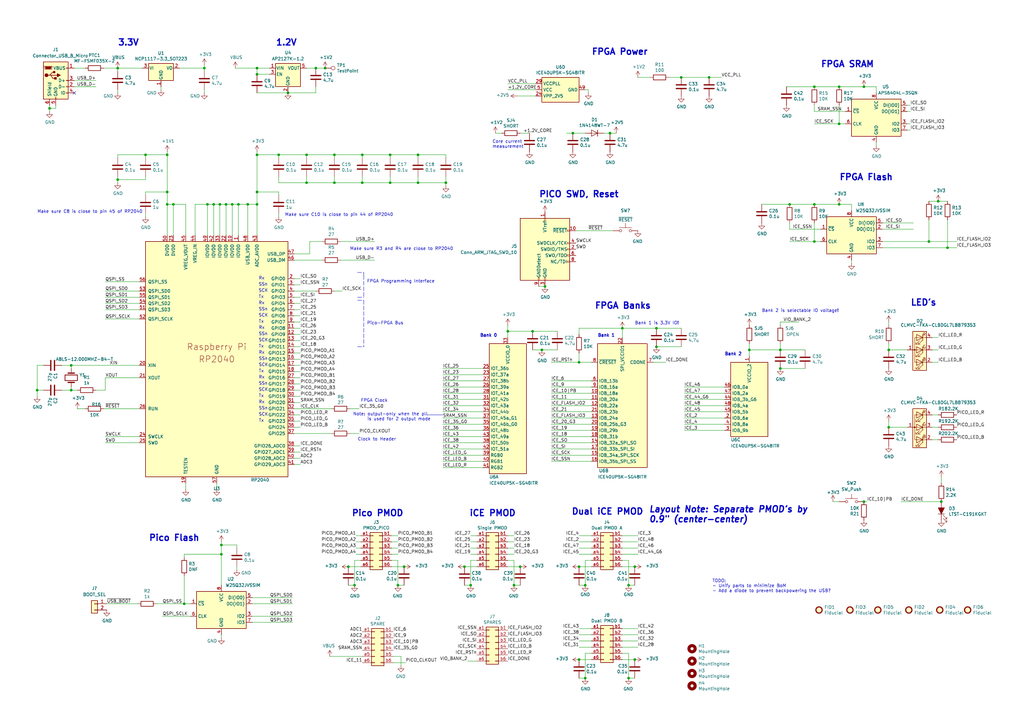
<source format=kicad_sch>
(kicad_sch (version 20211123) (generator eeschema)
  (paper "A3")
  (title_block (title "PICO-iCE") (date "2020-08-10") (rev "0.3") (company "tinyVision.ai Inc."))
  (junction (at 240.03 240.03))
  (junction (at 260.35 270.51))
  (junction (at 354.33 205.74))
  (junction (at 237.49 270.51))
  (junction (at 334.01 35.56))
  (junction (at 279.4 31.75))
  (junction (at 118.11 38.1))
  (junction (at 386.08 205.74))
  (junction (at 320.04 151.13))
  (junction (at 223.52 117.475))
  (junction (at 83.82 27.94))
  (junction (at 160.02 63.5))
  (junction (at 257.81 240.03))
  (junction (at 105.41 63.5))
  (junction (at 323.85 83.82))
  (junction (at 218.44 135.89))
  (junction (at 68.58 83.82))
  (junction (at 105.41 27.94))
  (junction (at 125.73 74.93))
  (junction (at 193.04 240.03))
  (junction (at 48.26 73.66))
  (junction (at 29.21 149.86))
  (junction (at 90.805 223.52))
  (junction (at 210.82 240.03))
  (junction (at 165.735 232.41))
  (junction (at 148.59 63.5))
  (junction (at 59.69 63.5))
  (junction (at 269.24 142.24))
  (junction (at 87.63 83.82))
  (junction (at 129.54 27.94))
  (junction (at 92.71 83.82))
  (junction (at 137.16 74.93))
  (junction (at 75.565 247.65))
  (junction (at 237.49 232.41))
  (junction (at 125.73 63.5))
  (junction (at 290.83 31.75))
  (junction (at 344.17 50.8))
  (junction (at 354.33 35.56))
  (junction (at 20.32 44.45))
  (junction (at 90.805 227.33))
  (junction (at 381 99.06))
  (junction (at 307.34 143.51))
  (junction (at 90.17 83.82))
  (junction (at 213.36 232.41))
  (junction (at 137.16 63.5))
  (junction (at 320.04 143.51))
  (junction (at 344.17 83.82))
  (junction (at 71.12 83.82))
  (junction (at 269.24 134.62))
  (junction (at 171.45 74.93))
  (junction (at 257.81 278.13))
  (junction (at 29.21 160.02))
  (junction (at 163.195 240.03))
  (junction (at 344.17 35.56))
  (junction (at 190.5 232.41))
  (junction (at 142.875 232.41))
  (junction (at 160.02 74.93))
  (junction (at 105.41 30.48))
  (junction (at 101.6 83.82))
  (junction (at 148.59 74.93))
  (junction (at 334.01 99.06))
  (junction (at 388.62 101.6))
  (junction (at 234.95 54.61))
  (junction (at 237.49 148.59))
  (junction (at 171.45 63.5))
  (junction (at 182.88 74.93))
  (junction (at 240.03 278.13))
  (junction (at 48.26 27.94))
  (junction (at 133.35 27.94))
  (junction (at 260.35 232.41))
  (junction (at 208.28 135.89))
  (junction (at 384.81 82.55))
  (junction (at 334.01 83.82))
  (junction (at 222.25 143.51))
  (junction (at 68.58 63.5))
  (junction (at 114.3 63.5))
  (junction (at 145.415 240.03))
  (junction (at 105.41 83.82))
  (junction (at 95.25 83.82))
  (junction (at 364.49 143.51))
  (junction (at 68.58 78.74))
  (junction (at 15.24 160.02))
  (junction (at 97.79 83.82))
  (junction (at 85.09 83.82))
  (junction (at 105.41 78.74))
  (junction (at 250.19 54.61))
  (junction (at 255.27 134.62))
  (junction (at 364.49 175.26))
  (no_connect (at 30.48 38.1))
  (wire (pts (xy 43.18 121.92) (xy 57.15 121.92)))
  (wire (pts (xy 198.12 151.13) (xy 181.61 151.13)))
  (wire (pts (xy 261.62 262.89) (xy 255.27 262.89)))
  (wire (pts (xy 307.34 143.51) (xy 320.04 143.51)))
  (wire (pts (xy 198.12 189.23) (xy 181.61 189.23)))
  (wire (pts (xy 372.11 50.8) (xy 373.38 50.8)))
  (wire (pts (xy 182.88 64.77) (xy 182.88 63.5)))
  (wire (pts (xy 105.41 83.82) (xy 105.41 96.52)))
  (wire (pts (xy 198.12 176.53) (xy 181.61 176.53)))
  (polyline (pts (xy 175.26 170.18) (xy 181.61 170.18)) (stroke (width 0) (type solid)))
  (wire (pts (xy 198.12 173.99) (xy 181.61 173.99)))
  (wire (pts (xy 323.85 83.82) (xy 334.01 83.82)))
  (wire (pts (xy 242.57 176.53) (xy 226.06 176.53)))
  (wire (pts (xy 240.03 267.97) (xy 240.03 278.13)))
  (wire (pts (xy 139.7 99.06) (xy 153.67 99.06)))
  (wire (pts (xy 198.12 161.29) (xy 181.61 161.29)))
  (wire (pts (xy 75.565 228.6) (xy 75.565 227.33)))
  (wire (pts (xy 57.15 130.81) (xy 43.18 130.81)))
  (wire (pts (xy 198.12 191.77) (xy 181.61 191.77)))
  (wire (pts (xy 125.73 74.93) (xy 114.3 74.93)))
  (wire (pts (xy 210.82 229.87) (xy 210.82 240.03)))
  (wire (pts (xy 64.135 247.65) (xy 75.565 247.65)))
  (wire (pts (xy 255.27 229.87) (xy 257.81 229.87)))
  (wire (pts (xy 364.49 172.72) (xy 364.49 175.26)))
  (wire (pts (xy 105.41 30.48) (xy 105.41 27.94)))
  (wire (pts (xy 97.79 83.82) (xy 97.79 96.52)))
  (wire (pts (xy 386.08 198.12) (xy 386.08 195.58)))
  (wire (pts (xy 123.19 160.02) (xy 120.65 160.02)))
  (wire (pts (xy 97.155 224.79) (xy 97.155 223.52)))
  (wire (pts (xy 17.78 160.02) (xy 15.24 160.02)))
  (wire (pts (xy 120.65 139.7) (xy 123.19 139.7)))
  (wire (pts (xy 105.41 63.5) (xy 114.3 63.5)))
  (wire (pts (xy 240.03 36.83) (xy 241.3 36.83)))
  (wire (pts (xy 334.01 43.18) (xy 334.01 45.72)))
  (wire (pts (xy 255.27 260.35) (xy 261.62 260.35)))
  (wire (pts (xy 260.35 270.51) (xy 255.27 270.51)))
  (wire (pts (xy 71.12 83.82) (xy 68.58 83.82)))
  (wire (pts (xy 269.24 142.24) (xy 279.4 142.24)))
  (wire (pts (xy 148.59 64.77) (xy 148.59 63.5)))
  (wire (pts (xy 43.18 160.02) (xy 43.18 154.94)))
  (wire (pts (xy 208.28 36.83) (xy 219.71 36.83)))
  (wire (pts (xy 344.17 83.82) (xy 349.25 83.82)))
  (wire (pts (xy 87.63 96.52) (xy 87.63 83.82)))
  (wire (pts (xy 114.3 63.5) (xy 125.73 63.5)))
  (wire (pts (xy 92.71 96.52) (xy 92.71 83.82)))
  (wire (pts (xy 344.17 43.18) (xy 344.17 50.8)))
  (wire (pts (xy 320.04 132.08) (xy 327.66 132.08)))
  (wire (pts (xy 198.12 153.67) (xy 181.61 153.67)))
  (wire (pts (xy 237.49 219.71) (xy 242.57 219.71)))
  (wire (pts (xy 257.81 267.97) (xy 257.81 278.13)))
  (wire (pts (xy 137.16 63.5) (xy 148.59 63.5)))
  (polyline (pts (xy 146.685 142.24) (xy 149.225 142.24)))
  (wire (pts (xy 105.41 30.48) (xy 110.49 30.48)))
  (wire (pts (xy 240.03 240.03) (xy 237.49 240.03)))
  (wire (pts (xy 160.02 64.77) (xy 160.02 63.5)))
  (wire (pts (xy 83.82 29.21) (xy 83.82 27.94)))
  (wire (pts (xy 255.27 134.62) (xy 255.27 138.43)))
  (wire (pts (xy 147.955 227.33) (xy 146.05 227.33)))
  (wire (pts (xy 120.65 124.46) (xy 123.19 124.46)))
  (wire (pts (xy 190.5 232.41) (xy 195.58 232.41)))
  (wire (pts (xy 198.12 166.37) (xy 181.61 166.37)))
  (wire (pts (xy 364.49 140.97) (xy 364.49 143.51)))
  (wire (pts (xy 255.27 222.25) (xy 261.62 222.25)))
  (wire (pts (xy 242.57 184.15) (xy 226.06 184.15)))
  (wire (pts (xy 59.69 73.66) (xy 59.69 72.39)))
  (wire (pts (xy 147.955 219.71) (xy 146.05 219.71)))
  (wire (pts (xy 29.21 149.86) (xy 57.15 149.86)))
  (wire (pts (xy 307.34 140.97) (xy 307.34 143.51)))
  (wire (pts (xy 242.57 163.83) (xy 226.06 163.83)))
  (wire (pts (xy 125.73 27.94) (xy 129.54 27.94)))
  (wire (pts (xy 22.86 43.18) (xy 22.86 44.45)))
  (wire (pts (xy 105.41 78.74) (xy 114.3 78.74)))
  (wire (pts (xy 101.6 83.82) (xy 105.41 83.82)))
  (wire (pts (xy 80.01 96.52) (xy 80.01 83.82)))
  (wire (pts (xy 75.565 236.22) (xy 75.565 247.65)))
  (wire (pts (xy 195.58 222.25) (xy 193.04 222.25)))
  (wire (pts (xy 48.26 63.5) (xy 59.69 63.5)))
  (wire (pts (xy 90.805 223.52) (xy 90.805 227.33)))
  (wire (pts (xy 247.65 54.61) (xy 250.19 54.61)))
  (wire (pts (xy 213.36 232.41) (xy 208.28 232.41)))
  (wire (pts (xy 297.18 163.83) (xy 280.67 163.83)))
  (wire (pts (xy 137.16 119.38) (xy 140.335 119.38)))
  (wire (pts (xy 193.04 224.79) (xy 195.58 224.79)))
  (wire (pts (xy 48.26 64.77) (xy 48.26 63.5)))
  (wire (pts (xy 163.195 222.25) (xy 160.655 222.25)))
  (wire (pts (xy 208.28 34.29) (xy 219.71 34.29)))
  (wire (pts (xy 66.04 35.56) (xy 66.04 36.83)))
  (wire (pts (xy 384.81 143.51) (xy 382.27 143.51)))
  (wire (pts (xy 384.81 138.43) (xy 382.27 138.43)))
  (wire (pts (xy 198.12 163.83) (xy 181.61 163.83)))
  (wire (pts (xy 279.4 134.62) (xy 269.24 134.62)))
  (wire (pts (xy 15.24 160.02) (xy 15.24 162.56)))
  (wire (pts (xy 242.57 265.43) (xy 237.49 265.43)))
  (wire (pts (xy 137.16 72.39) (xy 137.16 74.93)))
  (wire (pts (xy 198.12 168.91) (xy 181.61 168.91)))
  (wire (pts (xy 261.62 257.81) (xy 255.27 257.81)))
  (wire (pts (xy 68.58 62.23) (xy 68.58 63.5)))
  (wire (pts (xy 15.24 149.86) (xy 15.24 160.02)))
  (wire (pts (xy 261.62 31.75) (xy 266.7 31.75)))
  (wire (pts (xy 242.57 171.45) (xy 226.06 171.45)))
  (wire (pts (xy 147.955 224.79) (xy 146.05 224.79)))
  (wire (pts (xy 361.95 101.6) (xy 388.62 101.6)))
  (wire (pts (xy 212.09 39.37) (xy 219.71 39.37)))
  (wire (pts (xy 320.04 133.35) (xy 320.04 132.08)))
  (wire (pts (xy 127 99.06) (xy 132.08 99.06)))
  (wire (pts (xy 242.57 267.97) (xy 240.03 267.97)))
  (wire (pts (xy 56.515 247.65) (xy 43.815 247.65)))
  (wire (pts (xy 198.12 186.69) (xy 181.61 186.69)))
  (wire (pts (xy 171.45 72.39) (xy 171.45 74.93)))
  (wire (pts (xy 58.42 27.94) (xy 48.26 27.94)))
  (wire (pts (xy 120.65 149.86) (xy 123.19 149.86)))
  (wire (pts (xy 236.22 94.615) (xy 251.46 94.615)))
  (wire (pts (xy 320.04 151.13) (xy 330.2 151.13)))
  (wire (pts (xy 76.2 198.12) (xy 76.2 200.66)))
  (wire (pts (xy 171.45 64.77) (xy 171.45 63.5)))
  (wire (pts (xy 274.32 31.75) (xy 279.4 31.75)))
  (wire (pts (xy 182.88 74.93) (xy 182.88 76.2)))
  (wire (pts (xy 135.255 269.24) (xy 148.59 269.24)))
  (wire (pts (xy 31.75 167.64) (xy 34.925 167.64)))
  (wire (pts (xy 334.01 83.82) (xy 344.17 83.82)))
  (wire (pts (xy 148.59 74.93) (xy 137.16 74.93)))
  (wire (pts (xy 242.57 161.29) (xy 226.06 161.29)))
  (wire (pts (xy 260.35 232.41) (xy 255.27 232.41)))
  (wire (pts (xy 97.155 232.41) (xy 97.155 233.68)))
  (wire (pts (xy 120.65 170.18) (xy 123.19 170.18)))
  (wire (pts (xy 22.86 44.45) (xy 20.32 44.45)))
  (wire (pts (xy 148.59 63.5) (xy 160.02 63.5)))
  (wire (pts (xy 48.26 73.66) (xy 48.26 74.93)))
  (wire (pts (xy 171.45 63.5) (xy 182.88 63.5)))
  (wire (pts (xy 208.28 133.35) (xy 208.28 135.89)))
  (wire (pts (xy 218.44 135.89) (xy 228.6 135.89)))
  (wire (pts (xy 114.3 72.39) (xy 114.3 74.93)))
  (wire (pts (xy 88.9 198.12) (xy 88.9 200.66)))
  (wire (pts (xy 68.58 63.5) (xy 68.58 78.74)))
  (wire (pts (xy 120.65 114.3) (xy 123.19 114.3)))
  (wire (pts (xy 120.65 182.88) (xy 123.19 182.88)))
  (wire (pts (xy 261.62 219.71) (xy 255.27 219.71)))
  (wire (pts (xy 103.505 247.65) (xy 120.015 247.65)))
  (wire (pts (xy 160.02 74.93) (xy 148.59 74.93)))
  (wire (pts (xy 83.82 27.94) (xy 83.82 26.67)))
  (wire (pts (xy 39.37 160.02) (xy 43.18 160.02)))
  (wire (pts (xy 237.49 224.79) (xy 242.57 224.79)))
  (wire (pts (xy 384.81 175.26) (xy 382.27 175.26)))
  (wire (pts (xy 171.45 74.93) (xy 182.88 74.93)))
  (wire (pts (xy 105.41 62.23) (xy 105.41 63.5)))
  (wire (pts (xy 384.81 82.55) (xy 388.62 82.55)))
  (wire (pts (xy 290.83 31.75) (xy 295.91 31.75)))
  (wire (pts (xy 297.18 158.75) (xy 280.67 158.75)))
  (wire (pts (xy 344.17 50.8) (xy 346.71 50.8)))
  (wire (pts (xy 297.18 171.45) (xy 280.67 171.45)))
  (wire (pts (xy 330.2 143.51) (xy 320.04 143.51)))
  (wire (pts (xy 97.79 83.82) (xy 101.6 83.82)))
  (wire (pts (xy 334.01 35.56) (xy 344.17 35.56)))
  (wire (pts (xy 139.7 106.68) (xy 153.67 106.68)))
  (wire (pts (xy 334.01 50.8) (xy 344.17 50.8)))
  (wire (pts (xy 143.51 177.8) (xy 147.32 177.8)))
  (wire (pts (xy 59.69 63.5) (xy 68.58 63.5)))
  (wire (pts (xy 242.57 156.21) (xy 226.06 156.21)))
  (wire (pts (xy 147.955 222.25) (xy 146.05 222.25)))
  (wire (pts (xy 355.6 205.74) (xy 354.33 205.74)))
  (wire (pts (xy 203.2 54.61) (xy 205.74 54.61)))
  (wire (pts (xy 237.49 137.16) (xy 237.49 134.62)))
  (wire (pts (xy 384.81 180.34) (xy 382.27 180.34)))
  (wire (pts (xy 76.2 96.52) (xy 76.2 83.82)))
  (wire (pts (xy 43.18 124.46) (xy 57.15 124.46)))
  (wire (pts (xy 354.33 35.56) (xy 359.41 35.56)))
  (wire (pts (xy 163.195 219.71) (xy 160.655 219.71)))
  (wire (pts (xy 198.12 181.61) (xy 181.61 181.61)))
  (wire (pts (xy 48.26 36.83) (xy 48.26 38.1)))
  (wire (pts (xy 120.65 190.5) (xy 123.19 190.5)))
  (wire (pts (xy 105.41 78.74) (xy 105.41 83.82)))
  (wire (pts (xy 255.27 227.33) (xy 261.62 227.33)))
  (wire (pts (xy 145.415 229.87) (xy 145.415 240.03)))
  (wire (pts (xy 242.57 222.25) (xy 237.49 222.25)))
  (wire (pts (xy 20.32 43.18) (xy 20.32 44.45)))
  (wire (pts (xy 320.04 140.97) (xy 320.04 143.51)))
  (wire (pts (xy 120.65 129.54) (xy 123.19 129.54)))
  (wire (pts (xy 381 99.06) (xy 381 90.17)))
  (wire (pts (xy 75.565 227.33) (xy 90.805 227.33)))
  (wire (pts (xy 384.81 148.59) (xy 382.27 148.59)))
  (wire (pts (xy 123.19 152.4) (xy 120.65 152.4)))
  (wire (pts (xy 210.82 240.03) (xy 213.36 240.03)))
  (wire (pts (xy 242.57 179.07) (xy 226.06 179.07)))
  (wire (pts (xy 114.3 64.77) (xy 114.3 63.5)))
  (wire (pts (xy 105.41 63.5) (xy 105.41 78.74)))
  (wire (pts (xy 87.63 83.82) (xy 90.17 83.82)))
  (wire (pts (xy 163.195 240.03) (xy 165.735 240.03)))
  (wire (pts (xy 148.59 72.39) (xy 148.59 74.93)))
  (wire (pts (xy 191.77 271.145) (xy 195.58 271.145)))
  (wire (pts (xy 226.06 148.59) (xy 237.49 148.59)))
  (wire (pts (xy 43.18 119.38) (xy 57.15 119.38)))
  (wire (pts (xy 66.675 252.73) (xy 78.105 252.73)))
  (wire (pts (xy 30.48 35.56) (xy 39.37 35.56)))
  (wire (pts (xy 322.58 35.56) (xy 334.01 35.56)))
  (wire (pts (xy 237.49 144.78) (xy 237.49 148.59)))
  (wire (pts (xy 147.955 229.87) (xy 145.415 229.87)))
  (wire (pts (xy 242.57 168.91) (xy 226.06 168.91)))
  (wire (pts (xy 297.18 161.29) (xy 280.67 161.29)))
  (wire (pts (xy 96.52 27.94) (xy 105.41 27.94)))
  (wire (pts (xy 198.12 156.21) (xy 181.61 156.21)))
  (wire (pts (xy 208.28 227.33) (xy 210.82 227.33)))
  (wire (pts (xy 334.01 99.06) (xy 336.55 99.06)))
  (wire (pts (xy 20.32 44.45) (xy 20.32 45.72)))
  (wire (pts (xy 163.195 227.33) (xy 160.655 227.33)))
  (wire (pts (xy 222.25 143.51) (xy 228.6 143.51)))
  (wire (pts (xy 42.545 27.94) (xy 48.26 27.94)))
  (wire (pts (xy 29.21 158.75) (xy 29.21 160.02)))
  (wire (pts (xy 95.25 96.52) (xy 95.25 83.82)))
  (wire (pts (xy 105.41 38.1) (xy 118.11 38.1)))
  (wire (pts (xy 334.01 91.44) (xy 334.01 99.06)))
  (wire (pts (xy 120.65 187.96) (xy 123.19 187.96)))
  (wire (pts (xy 237.49 148.59) (xy 242.57 148.59)))
  (polyline (pts (xy 146.685 111.76) (xy 149.225 111.76)))
  (wire (pts (xy 71.12 96.52) (xy 71.12 83.82)))
  (wire (pts (xy 297.18 176.53) (xy 280.67 176.53)))
  (wire (pts (xy 237.49 232.41) (xy 242.57 232.41)))
  (wire (pts (xy 48.26 72.39) (xy 48.26 73.66)))
  (wire (pts (xy 127 99.06) (xy 127 104.14)))
  (wire (pts (xy 257.81 278.13) (xy 260.35 278.13)))
  (wire (pts (xy 105.41 27.94) (xy 110.49 27.94)))
  (wire (pts (xy 195.58 227.33) (xy 193.04 227.33)))
  (wire (pts (xy 240.03 229.87) (xy 240.03 240.03)))
  (wire (pts (xy 218.44 143.51) (xy 222.25 143.51)))
  (wire (pts (xy 85.09 83.82) (xy 87.63 83.82)))
  (wire (pts (xy 120.65 104.14) (xy 127 104.14)))
  (wire (pts (xy 161.29 269.24) (xy 164.465 269.24)))
  (wire (pts (xy 120.65 106.68) (xy 132.08 106.68)))
  (wire (pts (xy 279.4 31.75) (xy 290.83 31.75)))
  (wire (pts (xy 80.01 83.82) (xy 85.09 83.82)))
  (wire (pts (xy 143.51 167.64) (xy 147.32 167.64)))
  (wire (pts (xy 198.12 171.45) (xy 181.61 171.45)))
  (wire (pts (xy 90.805 227.33) (xy 90.805 240.03)))
  (wire (pts (xy 388.62 101.6) (xy 388.62 90.17)))
  (wire (pts (xy 359.41 35.56) (xy 359.41 38.1)))
  (wire (pts (xy 237.49 257.81) (xy 242.57 257.81)))
  (wire (pts (xy 160.02 72.39) (xy 160.02 74.93)))
  (wire (pts (xy 240.03 278.13) (xy 237.49 278.13)))
  (wire (pts (xy 232.41 54.61) (xy 234.95 54.61)))
  (wire (pts (xy 372.11 45.72) (xy 373.38 45.72)))
  (wire (pts (xy 341.63 205.74) (xy 344.17 205.74)))
  (wire (pts (xy 25.4 160.02) (xy 29.21 160.02)))
  (wire (pts (xy 120.65 121.92) (xy 123.19 121.92)))
  (wire (pts (xy 242.57 260.35) (xy 237.49 260.35)))
  (wire (pts (xy 297.18 168.91) (xy 280.67 168.91)))
  (wire (pts (xy 125.73 72.39) (xy 125.73 74.93)))
  (wire (pts (xy 57.15 181.61) (xy 43.18 181.61)))
  (wire (pts (xy 242.57 181.61) (xy 226.06 181.61)))
  (wire (pts (xy 182.88 72.39) (xy 182.88 74.93)))
  (wire (pts (xy 241.3 36.83) (xy 241.3 38.1)))
  (wire (pts (xy 364.49 143.51) (xy 372.11 143.51)))
  (wire (pts (xy 164.465 269.24) (xy 164.465 273.05)))
  (wire (pts (xy 17.78 149.86) (xy 15.24 149.86)))
  (wire (pts (xy 75.565 247.65) (xy 78.105 247.65)))
  (wire (pts (xy 114.3 80.01) (xy 114.3 78.74)))
  (wire (pts (xy 142.875 232.41) (xy 147.955 232.41)))
  (wire (pts (xy 361.95 93.98) (xy 374.65 93.98)))
  (wire (pts (xy 92.71 83.82) (xy 95.25 83.82)))
  (polyline (pts (xy 149.225 123.19) (xy 149.225 142.24)))
  (wire (pts (xy 349.25 83.82) (xy 349.25 86.36)))
  (wire (pts (xy 123.19 172.72) (xy 120.65 172.72)))
  (wire (pts (xy 195.58 229.87) (xy 193.04 229.87)))
  (wire (pts (xy 388.62 101.6) (xy 392.43 101.6)))
  (wire (pts (xy 120.65 127) (xy 123.19 127)))
  (wire (pts (xy 120.65 167.64) (xy 135.89 167.64)))
  (wire (pts (xy 208.28 222.25) (xy 210.82 222.25)))
  (wire (pts (xy 297.18 166.37) (xy 280.67 166.37)))
  (wire (pts (xy 30.48 33.02) (xy 39.37 33.02)))
  (wire (pts (xy 118.11 38.1) (xy 129.54 38.1)))
  (wire (pts (xy 57.15 115.57) (xy 43.18 115.57)))
  (wire (pts (xy 242.57 229.87) (xy 240.03 229.87)))
  (wire (pts (xy 120.65 162.56) (xy 123.19 162.56)))
  (wire (pts (xy 59.69 78.74) (xy 68.58 78.74)))
  (wire (pts (xy 242.57 227.33) (xy 237.49 227.33)))
  (wire (pts (xy 364.49 175.26) (xy 372.11 175.26)))
  (wire (pts (xy 120.65 175.26) (xy 123.19 175.26)))
  (wire (pts (xy 120.65 185.42) (xy 123.19 185.42)))
  (wire (pts (xy 90.17 83.82) (xy 92.71 83.82)))
  (wire (pts (xy 369.57 205.74) (xy 386.08 205.74)))
  (wire (pts (xy 59.69 87.63) (xy 59.69 88.9)))
  (wire (pts (xy 364.49 132.08) (xy 364.49 133.35)))
  (wire (pts (xy 307.34 143.51) (xy 307.34 146.05)))
  (wire (pts (xy 29.21 160.02) (xy 31.75 160.02)))
  (wire (pts (xy 129.54 38.1) (xy 129.54 35.56)))
  (wire (pts (xy 361.95 91.44) (xy 374.65 91.44)))
  (wire (pts (xy 95.25 83.82) (xy 97.79 83.82)))
  (wire (pts (xy 359.41 58.42) (xy 359.41 59.69)))
  (polyline (pts (xy 149.225 113.03) (xy 149.225 121.92)))
  (wire (pts (xy 120.65 116.84) (xy 123.19 116.84)))
  (wire (pts (xy 48.26 29.21) (xy 48.26 27.94)))
  (wire (pts (xy 193.04 229.87) (xy 193.04 240.03)))
  (wire (pts (xy 103.505 245.11) (xy 120.015 245.11)))
  (wire (pts (xy 57.15 154.94) (xy 43.18 154.94)))
  (wire (pts (xy 237.49 270.51) (xy 242.57 270.51)))
  (wire (pts (xy 210.82 219.71) (xy 208.28 219.71)))
  (wire (pts (xy 59.69 80.01) (xy 59.69 78.74)))
  (wire (pts (xy 261.62 224.79) (xy 255.27 224.79)))
  (wire (pts (xy 57.15 179.07) (xy 43.18 179.07)))
  (wire (pts (xy 73.66 27.94) (xy 83.82 27.94)))
  (wire (pts (xy 198.12 184.15) (xy 181.61 184.15)))
  (wire (pts (xy 76.2 83.82) (xy 71.12 83.82)))
  (wire (pts (xy 25.4 149.86) (xy 29.21 149.86)))
  (wire (pts (xy 145.415 240.03) (xy 142.875 240.03)))
  (wire (pts (xy 334.01 45.72) (xy 346.71 45.72)))
  (wire (pts (xy 101.6 96.52) (xy 101.6 83.82)))
  (wire (pts (xy 171.45 74.93) (xy 160.02 74.93)))
  (wire (pts (xy 242.57 158.75) (xy 226.06 158.75)))
  (polyline (pts (xy 146.685 121.92) (xy 149.225 121.92)))
  (wire (pts (xy 160.655 229.87) (xy 163.195 229.87)))
  (wire (pts (xy 29.21 151.13) (xy 29.21 149.86)))
  (wire (pts (xy 312.42 83.82) (xy 323.85 83.82)))
  (wire (pts (xy 198.12 179.07) (xy 181.61 179.07)))
  (polyline (pts (xy 146.685 123.19) (xy 149.225 123.19)))
  (wire (pts (xy 349.25 106.68) (xy 349.25 107.95)))
  (wire (pts (xy 165.735 232.41) (xy 160.655 232.41)))
  (wire (pts (xy 250.19 54.61) (xy 252.73 54.61)))
  (wire (pts (xy 83.82 36.83) (xy 83.82 38.1)))
  (wire (pts (xy 237.49 262.89) (xy 242.57 262.89)))
  (wire (pts (xy 323.85 93.98) (xy 336.55 93.98)))
  (wire (pts (xy 123.19 157.48) (xy 120.65 157.48)))
  (wire (pts (xy 97.155 223.52) (xy 90.805 223.52)))
  (wire (pts (xy 120.65 144.78) (xy 123.19 144.78)))
  (wire (pts (xy 120.65 134.62) (xy 123.19 134.62)))
  (wire (pts (xy 161.29 271.78) (xy 166.37 271.78)))
  (wire (pts (xy 193.04 240.03) (xy 190.5 240.03)))
  (wire (pts (xy 90.805 260.35) (xy 90.805 261.62)))
  (wire (pts (xy 137.16 64.77) (xy 137.16 63.5)))
  (wire (pts (xy 372.11 53.34) (xy 373.38 53.34)))
  (wire (pts (xy 323.85 99.06) (xy 334.01 99.06)))
  (wire (pts (xy 120.65 119.38) (xy 129.54 119.38)))
  (wire (pts (xy 198.12 158.75) (xy 181.61 158.75)))
  (wire (pts (xy 125.73 64.77) (xy 125.73 63.5)))
  (polyline (pts (xy 149.225 111.76) (xy 149.225 113.03)))
  (wire (pts (xy 208.28 229.87) (xy 210.82 229.87)))
  (wire (pts (xy 125.73 63.5) (xy 137.16 63.5)))
  (wire (pts (xy 120.65 137.16) (xy 123.19 137.16)))
  (wire (pts (xy 123.19 142.24) (xy 120.65 142.24)))
  (wire (pts (xy 344.17 35.56) (xy 354.33 35.56)))
  (wire (pts (xy 129.54 27.94) (xy 133.35 27.94)))
  (wire (pts (xy 361.95 99.06) (xy 381 99.06)))
  (wire (pts (xy 381 99.06) (xy 392.43 99.06)))
  (wire (pts (xy 90.17 96.52) (xy 90.17 83.82)))
  (wire (pts (xy 114.3 87.63) (xy 114.3 88.9)))
  (wire (pts (xy 90.805 222.25) (xy 90.805 223.52)))
  (wire (pts (xy 242.57 189.23) (xy 226.06 189.23)))
  (wire (pts (xy 208.28 135.89) (xy 208.28 138.43)))
  (wire (pts (xy 220.98 117.475) (xy 223.52 117.475)))
  (wire (pts (xy 213.36 54.61) (xy 217.17 54.61)))
  (wire (pts (xy 123.19 154.94) (xy 120.65 154.94)))
  (wire (pts (xy 48.26 73.66) (xy 59.69 73.66)))
  (wire (pts (xy 163.195 229.87) (xy 163.195 240.03)))
  (wire (pts (xy 323.85 91.44) (xy 323.85 93.98)))
  (wire (pts (xy 68.58 83.82) (xy 68.58 96.52)))
  (wire (pts (xy 372.11 43.18) (xy 373.38 43.18)))
  (wire (pts (xy 297.18 173.99) (xy 280.67 173.99)))
  (wire (pts (xy 242.57 173.99) (xy 226.06 173.99)))
  (wire (pts (xy 43.18 127) (xy 57.15 127)))
  (wire (pts (xy 210.82 224.79) (xy 208.28 224.79)))
  (wire (pts (xy 68.58 78.74) (xy 68.58 83.82)))
  (wire (pts (xy 255.27 265.43) (xy 261.62 265.43)))
  (wire (pts (xy 123.19 147.32) (xy 120.65 147.32)))
  (wire (pts (xy 160.02 63.5) (xy 171.45 63.5)))
  (wire (pts (xy 242.57 166.37) (xy 226.06 166.37)))
  (wire (pts (xy 137.16 74.93) (xy 125.73 74.93)))
  (wire (pts (xy 255.27 267.97) (xy 257.81 267.97)))
  (wire (pts (xy 234.95 54.61) (xy 240.03 54.61)))
  (wire (pts (xy 42.545 167.64) (xy 57.15 167.64)))
  (wire (pts (xy 257.81 229.87) (xy 257.81 240.03)))
  (wire (pts (xy 381 82.55) (xy 384.81 82.55)))
  (wire (pts (xy 59.69 64.77) (xy 59.69 63.5)))
  (wire (pts (xy 257.81 240.03) (xy 260.35 240.03)))
  (wire (pts (xy 120.65 177.8) (xy 135.89 177.8)))
  (wire (pts (xy 242.57 186.69) (xy 226.06 186.69)))
  (wire (pts (xy 103.505 252.73) (xy 120.015 252.73)))
  (wire (pts (xy 255.27 134.62) (xy 269.24 134.62)))
  (wire (pts (xy 103.505 255.27) (xy 120.015 255.27)))
  (wire (pts (xy 120.65 132.08) (xy 123.19 132.08)))
  (wire (pts (xy 193.04 219.71) (xy 195.58 219.71)))
  (wire (pts (xy 267.97 148.59) (xy 273.05 148.59)))
  (wire (pts (xy 237.49 134.62) (xy 255.27 134.62)))
  (wire (pts (xy 85.09 96.52) (xy 85.09 83.82)))
  (wire (pts (xy 384.81 170.18) (xy 382.27 170.18)))
  (wire (pts (xy 120.65 165.1) (xy 123.19 165.1)))
  (wire (pts (xy 163.195 224.79) (xy 160.655 224.79)))
  (wire (pts (xy 30.48 27.94) (xy 34.925 27.94)))
  (wire (pts (xy 208.28 135.89) (xy 218.44 135.89)))
  (text "FPGA SRAM" (at 336.55 27.94 0) (effects (font (size 2.54 2.54) (thickness 0.508) bold) (justify left bottom)))
  (text "SCK" (at 106.0175 120.0277 0) (effects (font (size 1.27 1.27)) (justify left bottom)))
  (text "Rx" (at 106.045 125.1115 0) (effects (font (size 1.27 1.27)) (justify left bottom)))
  (text "1.2V" (at 113.03 19.05 0) (effects (font (size 2.54 2.54) (thickness 0.508) bold) (justify left bottom)))
  (text "Tx" (at 106.045 132.715 0) (effects (font (size 1.27 1.27)) (justify left bottom)))
  (text "Make sure R3 and R4 are close to RP2040" (at 143.51 102.87 0) (effects (font (size 1.27 1.27)) (justify left bottom)))
  (text "Rx" (at 106.0725 155.5623 0) (effects (font (size 1.27 1.27)) (justify left bottom)))
  (text "Pico PMOD" (at 144.145 212.09 0) (effects (font (size 2.54 2.54) (thickness 0.508) bold) (justify left bottom)))
  (text "Tx" (at 106.045 142.8585 0) (effects (font (size 1.27 1.27)) (justify left bottom)))
  (text "Note: output-only when the pll \n      is used for 2 output mode" (at 144.78 172.72 0) (effects (font (size 1.27 1.27)) (justify left bottom)))
  (text "Tx" (at 106.045 163.1785 0) (effects (font (size 1.27 1.27)) (justify left bottom)))
  (text "SSn" (at 106.045 117.4915 0) (effects (font (size 1.27 1.27)) (justify left bottom)))
  (text "Bank 1 is 3.3V IO!" (at 260.35 133.35 0) (effects (font (size 1.27 1.27)) (justify left bottom)))
  (text "FPGA Power" (at 242.57 22.86 0) (effects (font (size 2.54 2.54) (thickness 0.508) bold) (justify left bottom)))
  (text "Bank 2" (at 297.18 146.05 0) (effects (font (size 1.27 1.27) (thickness 0.254) bold) (justify left bottom)))
  (text "SCK" (at 106.045 140.335 0) (effects (font (size 1.27 1.27)) (justify left bottom)))
  (text "Pico-FPGA Bus" (at 150.495 133.35 0) (effects (font (size 1.27 1.27)) (justify left bottom)))
  (text "SSn" (at 106.1 147.9626 0) (effects (font (size 1.27 1.27)) (justify left bottom)))
  (text "Tx" (at 106.0175 122.5512 0) (effects (font (size 1.27 1.27)) (justify left bottom)))
  (text "Tx" (at 106.0725 153.0223 0) (effects (font (size 1.27 1.27)) (justify left bottom)))
  (text "TODO:\n- Unify parts to minimize BoM\n- Add a diode to prevent backpowering the USB?" (at 292.1 243.205 0) (effects (font (size 1.27 1.27)) (justify left bottom)))
  (text "LED's" (at 373.38 125.73 0) (effects (font (size 2.54 2.54) (thickness 0.508) bold) (justify left bottom)))
  (text "Clock to Header" (at 146.685 180.975 0) (effects (font (size 1.27 1.27)) (justify left bottom)))
  (text "SCK" (at 106.045 130.1915 0) (effects (font (size 1.27 1.27)) (justify left bottom)))
  (text "Bank 2 is selectable IO voltage!" (at 312.42 128.27 0) (effects (font (size 1.27 1.27)) (justify left bottom)))
  (text "Layout Note: Separate PMOD's by\n0.9\" (center-center)" (at 266.065 214.63 0) (effects (font (size 2.54 2.54) (thickness 0.508) bold italic) (justify left bottom)))
  (text "FPGA Banks" (at 243.84 127 0) (effects (font (size 2.54 2.54) (thickness 0.508) bold) (justify left bottom)))
  (text "iCE PMOD" (at 192.405 212.09 0) (effects (font (size 2.54 2.54) (thickness 0.508) bold) (justify left bottom)))
  (text "Rx" (at 106.0725 135.2423 0) (effects (font (size 1.27 1.27)) (justify left bottom)))
  (text "Dual iCE PMOD" (at 234.315 211.455 0) (effects (font (size 2.54 2.54) (thickness 0.508) bold) (justify left bottom)))
  (text "Tx" (at 106.0725 173.3423 0) (effects (font (size 1.27 1.27)) (justify left bottom)))
  (text "Bank 0" (at 196.85 138.43 0) (effects (font (size 1.27 1.27) (thickness 0.254) bold) (justify left bottom)))
  (text "Pico Flash" (at 60.96 222.25 0) (effects (font (size 2.54 2.54) (thickness 0.508) bold) (justify left bottom)))
  (text "SCK" (at 106.045 160.655 0) (effects (font (size 1.27 1.27)) (justify left bottom)))
  (text "SSn" (at 106.1 168.2826 0) (effects (font (size 1.27 1.27)) (justify left bottom)))
  (text "SCK" (at 106.0725 150.4988 0) (effects (font (size 1.27 1.27)) (justify left bottom)))
  (text "PICO SWD, Reset" (at 220.98 81.28 0) (effects (font (size 2.54 2.54) (thickness 0.508) bold) (justify left bottom)))
  (text "FPGA Clock" (at 147.955 165.1 0) (effects (font (size 1.27 1.27)) (justify left bottom)))
  (text "SSn" (at 106.0725 127.6553 0) (effects (font (size 1.27 1.27)) (justify left bottom)))
  (text "Core current \nmeasurement" (at 201.93 60.96 0) (effects (font (size 1.27 1.27)) (justify left bottom)))
  (text "Bank 1" (at 245.11 138.43 0) (effects (font (size 1.27 1.27) (thickness 0.254) bold) (justify left bottom)))
  (text "SSn" (at 106.0725 137.7988 0) (effects (font (size 1.27 1.27)) (justify left bottom)))
  (text "Rx" (at 106.0725 145.4188 0) (effects (font (size 1.27 1.27)) (justify left bottom)))
  (text "FPGA Programming Interface" (at 150.495 116.205 0) (effects (font (size 1.27 1.27)) (justify left bottom)))
  (text "FPGA Flash" (at 344.17 74.295 0) (effects (font (size 2.54 2.54) (thickness 0.508) bold) (justify left bottom)))
  (text "3.3V" (at 48.26 19.05 0) (effects (font (size 2.54 2.54) (thickness 0.508) bold) (justify left bottom)))
  (text "SCK" (at 106.0725 170.8188 0) (effects (font (size 1.27 1.27)) (justify left bottom)))
  (text "Rx" (at 106.0725 165.7388 0) (effects (font (size 1.27 1.27)) (justify left bottom)))
  (text "Rx" (at 106.045 114.935 0) (effects (font (size 1.27 1.27)) (justify left bottom)))
  (text "SSn" (at 106.0725 158.1188 0) (effects (font (size 1.27 1.27)) (justify left bottom)))
  (text "Make sure C10 is close to pin 44 of RP2040" (at 116.84 88.9 0) (effects (font (size 1.27 1.27)) (justify left bottom)))
  (text "Make sure C8 is close to pin 45 of RP2040" (at 15.24 87.63 0) (effects (font (size 1.27 1.27)) (justify left bottom)))
  (label "ICE_31" (at 181.61 163.83 0))
  (label "ICE_RSTn" (at 123.19 185.42 0))
  (label "ICE_LED_G" (at 384.81 143.51 0))
  (label "ICE_38" (at 237.49 260.35 180))
  (label "ICE_25" (at 181.61 151.13 0))
  (label "PICO_PMOD_A4" (at 146.05 227.33 180))
  (label "QSPI_SCLK" (at 43.18 130.81 0))
  (label "ICE_RSTn" (at 226.06 148.59 0))
  (label "ICE_3" (at 261.62 219.71 0))
  (label "ICE_28" (at 261.62 265.43 0))
  (label "PICO_LED_B" (at 123.19 175.26 0))
  (label "ICE_SO" (at 226.06 181.61 0))
  (label "ICE_LED_B" (at 384.81 148.59 0))
  (label "ICE_LED_R" (at 384.81 138.43 0))
  (label "ICE_20_G3" (at 226.06 173.99 0))
  (label "ICE_LED_R" (at 181.61 191.77 0))
  (label "ICE_10|PB" (at 226.06 161.29 0))
  (label "ICE_SCK" (at 195.58 266.065 180))
  (label "ICE_25" (at 193.04 222.25 180))
  (label "ICE_LED_B" (at 181.61 189.23 0))
  (label "PICO_PMOD_B3" (at 163.195 224.79 0))
  (label "ICE_11" (at 226.06 163.83 0))
  (label "SWD" (at 43.18 181.61 0))
  (label "ICE_SO" (at 373.38 43.18 0))
  (label "PICO_PMOD_A1" (at 146.05 219.71 180))
  (label "ICE_26" (at 210.82 219.71 0))
  (label "~{USB_BOOT}" (at 43.815 247.65 0))
  (label "ICE_9" (at 161.29 261.62 0))
  (label "QSPI_SD2" (at 43.18 124.46 0))
  (label "ICE_CLK" (at 123.19 167.64 0))
  (label "VCC_PLL" (at 208.28 34.29 0))
  (label "ICE_21" (at 123.19 129.54 0))
  (label "ICE_SI" (at 373.38 45.72 0))
  (label "USB_D-" (at 39.37 35.56 180))
  (label "ICE_2" (at 237.49 222.25 180))
  (label "ICE_38" (at 181.61 181.61 0))
  (label "ICE_26" (at 181.61 158.75 0))
  (label "ICE_FLASH_IO3" (at 373.38 53.34 0))
  (label "USB_D+" (at 153.67 99.06 180))
  (label "PICO_LED_G" (at 392.43 175.26 0))
  (label "~{RESET}" (at 241.3 94.615 0))
  (label "QSPI_SCLK" (at 66.675 252.73 0))
  (label "ICE_35_G0" (at 181.61 173.99 0))
  (label "PICO_PMOD_B2" (at 123.19 157.48 0))
  (label "ICE_19" (at 226.06 176.53 0))
  (label "ICE_46" (at 261.62 224.79 0))
  (label "ICE_SSN" (at 226.06 189.23 0))
  (label "ICE_11" (at 148.59 271.78 180))
  (label "PICO_PMOD_B4" (at 123.19 162.56 0))
  (label "ICE_SI" (at 363.22 93.98 0))
  (label "ICE_SSN" (at 123.19 116.84 0))
  (label "SRAM_SSN" (at 148.59 266.7 180))
  (label "ICE_46" (at 280.67 158.75 0))
  (label "ICE_45" (at 237.49 227.33 180))
  (label "ICE_25" (at 123.19 127 0))
  (label "PICO_PMOD_B4" (at 163.195 227.33 0))
  (label "ICE_18" (at 123.19 142.24 0))
  (label "ICE_SCK" (at 140.335 119.38 0))
  (label "+1.2V_CORE" (at 214.63 54.61 0))
  (label "QSPI_SD0" (at 120.015 245.11 180))
  (label "ICE_10|PB" (at 355.6 205.74 0))
  (label "PICO_PMOD_B2" (at 163.195 222.25 0))
  (label "ICE_43" (at 237.49 257.81 180))
  (label "ICE_4" (at 280.67 173.99 0))
  (label "ICE_44_G6" (at 280.67 163.83 0))
  (label "ICE_31" (at 237.49 265.43 180))
  (label "QSPI_SS" (at 66.675 247.65 0))
  (label "ICE_23" (at 123.19 137.16 0))
  (label "QSPI_SD1" (at 120.015 247.65 180))
  (label "QSPI_SS" (at 43.18 115.57 0))
  (label "ICE_19" (at 123.19 132.08 0))
  (label "ICE_SCK" (at 226.06 186.69 0))
  (label "ADC3" (at 123.19 190.5 0))
  (label "ICE_36" (at 181.61 176.53 0))
  (label "ICE_47" (at 280.67 161.29 0))
  (label "ICE_SCK" (at 334.01 50.8 0))
  (label "ICE_32" (at 181.61 166.37 0))
  (label "ICE_FLASH_IO3" (at 392.43 101.6 0))
  (label "ADC1" (at 148.59 259.08 180))
  (label "SRAM_SSN" (at 181.61 171.45 0))
  (label "ICE_SSN" (at 195.58 258.445 180))
  (label "ICE_FLASH_IO2" (at 208.28 258.445 0))
  (label "SRAM_SSN" (at 123.19 165.1 0))
  (label "ADC2" (at 123.19 187.96 0))
  (label "ICE_34" (at 237.49 262.89 180))
  (label "ICE_21" (at 193.04 224.79 180))
  (label "ICE_LED_G" (at 208.28 263.525 0))
  (label "ICE_42" (at 261.62 257.81 0))
  (label "PICO_PMOD_A1" (at 123.19 144.78 0))
  (label "ICE_36" (at 261.62 260.35 0))
  (label "PICO_CLKOUT" (at 166.37 271.78 0))
  (label "VCC_PLL" (at 295.91 31.75 0))
  (label "ICE_FLASH_IO2" (at 373.38 50.8 0))
  (label "ICE_LED_G" (at 181.61 186.69 0))
  (label "PICO_PMOD_A3" (at 123.19 149.86 0))
  (label "ICE_35_G0" (at 147.32 167.64 0))
  (label "ICE_44_G6" (at 261.62 227.33 0))
  (label "ICE_18" (at 210.82 224.79 0))
  (label "VIO_BANK_2" (at 191.77 271.145 180))
  (label "PICO_PMOD_A3" (at 146.05 224.79 180))
  (label "ICE_45" (at 280.67 168.91 0))
  (label "ICE_35_G0" (at 161.29 266.7 0))
  (label "ICE_42" (at 181.61 184.15 0))
  (label "VIO_BANK_2" (at 321.31 132.08 0))
  (label "ICE_SI" (at 226.06 184.15 0))
  (label "ICE_SO" (at 123.19 114.3 0))
  (label "ICE_28" (at 181.61 161.29 0))
  (label "ICE_DONE" (at 369.57 205.74 0))
  (label "ICE_20_G3" (at 123.19 139.7 0))
  (label "QSPI_SD3" (at 43.18 127 0))
  (label "PICO_PMOD_A4" (at 123.19 152.4 0))
  (label "USB_D-" (at 153.67 106.68 180))
  (label "ICE_FLASH_IO2" (at 392.43 99.06 0))
  (label "XOUT" (at 48.26 154.94 180))
  (label "PICO_PMOD_B1" (at 163.195 219.71 0))
  (label "ICE_43" (at 181.61 179.07 0))
  (label "ICE_23" (at 210.82 222.25 0))
  (label "ADC2" (at 148.59 261.62 180))
  (label "XIN" (at 48.26 149.86 180))
  (label "ICE_3" (at 280.67 176.53 0))
  (label "ICE_48" (at 261.62 222.25 0))
  (label "PICO_LED_G" (at 123.19 172.72 0))
  (label "ICE_27" (at 193.04 219.71 180))
  (label "ICE_32" (at 261.62 262.89 0))
  (label "ICE_18" (at 226.06 179.07 0))
  (label "ICE_SCK" (at 323.85 99.06 0))
  (label "ICE_DONE" (at 123.19 182.88 0))
  (label "ICE_19" (at 193.04 227.33 180))
  (label "ICE_SO" (at 195.58 260.985 180))
  (label "ICE_FLASH_IO3" (at 226.06 171.45 0))
  (label "ICE_26" (at 123.19 134.62 0))
  (label "ICE_23" (at 181.61 153.67 0))
  (label "ICE_34" (at 181.61 168.91 0))
  (label "PICO_PMOD_A2" (at 123.19 147.32 0))
  (label "ICE_47" (at 237.49 224.79 180))
  (label "ICE_10|PB" (at 161.29 264.16 0))
  (label "PICO_CLKOUT" (at 147.32 177.8 0))
  (label "ICE_SI" (at 123.19 121.92 0))
  (label "ICE_2" (at 280.67 171.45 0))
  (label "~{RESET}" (at 43.18 167.64 0))
  (label "PICO_LED_B" (at 392.43 180.34 0))
  (label "SWCLK" (at 43.18 179.07 0))
  (label "ICE_20_G3" (at 210.82 227.33 0))
  (label "ICE_SI" (at 195.58 263.525 180))
  (label "ICE_RSTn" (at 195.58 268.605 180))
  (label "PICO_PMOD_B1" (at 123.19 154.94 0))
  (label "QSPI_SD0" (at 43.18 119.38 0))
  (label "SWCLK" (at 236.22 99.695 0))
  (label "PICO_LED_R" (at 123.19 170.18 0))
  (label "ICE_LED_R" (at 208.28 268.605 0))
  (label "ICE_21" (at 226.06 168.91 0))
  (label "+1.2V_CORE" (at 208.28 36.83 0))
  (label "ICE_4" (at 237.49 219.71 180))
  (label "SWD" (at 236.22 102.235 0))
  (label "QSPI_SD1" (at 43.18 121.92 0))
  (label "PICO_PMOD_B3" (at 123.19 160.02 0))
  (label "QSPI_SD3" (at 120.015 255.27 180))
  (label "ICE_27" (at 123.19 124.46 0))
  (label "QSPI_SD2" (at 120.015 252.73 180))
  (label "ICE_9" (at 226.06 158.75 0))
  (label "ICE_SO" (at 363.22 91.44 0))
  (label "ICE_FLASH_IO3" (at 208.28 260.985 0))
  (label "ICE_LED_B" (at 208.28 266.065 0))
  (label "SRAM_SSN" (at 335.28 45.72 0))
  (label "PICO_LED_R" (at 392.43 170.18 0))
  (label "PICO_PMOD_A2" (at 146.05 222.25 180))
  (label "USB_D+" (at 39.37 33.02 180))
  (label "ICE_27" (at 181.61 156.21 0))
  (label "ICE_6" (at 226.06 156.21 0))
  (label "ADC3" (at 148.59 264.16 180))
  (label "ICE_6" (at 161.29 259.08 0))
  (label "ICE_DONE" (at 273.05 148.59 0))
  (label "ICE_FLASH_IO2" (at 226.06 166.37 0))
  (label "ICE_SSN" (at 325.12 93.98 0))
  (label "ICE_48" (at 280.67 166.37 0))
  (label "ICE_DONE" (at 208.28 271.145 0))
  (symbol (lib_id "UPduino_v3.0:ICE40UP5K-SG48ITR-FPGA_Lattice") (at 208.28 166.37 0) (unit 1)
    (property "Reference" "U6" (at 200.66 195.58 0) (effects (justify left)))
    (property "Value" "ICE40UP5K-SG48ITR" (at 200.66 198.12 0) (effects (justify left)))
    (property "Footprint" "Package_DFN_QFN:QFN-48-1EP_7x7mm_P0.5mm_EP5.6x5.6mm" (effects hide))
    (property "Datasheet" "http://www.latticesemi.com/Products/FPGAandCPLD/iCE40Ultra" (effects hide))
  )
  (symbol (lib_id "UPduino_v3.0:ICE40UP5K-SG48ITR-FPGA_Lattice") (at 307.34 163.83 0) (unit 3)
    (property "Reference" "U6" (at 299.72 180.34 0) (effects (justify left)))
    (property "Value" "ICE40UP5K-SG48ITR" (at 299.72 182.88 0) (effects (justify left)))
    (property "Footprint" "Package_DFN_QFN:QFN-48-1EP_7x7mm_P0.5mm_EP5.6x5.6mm" (effects hide))
    (property "Datasheet" "http://www.latticesemi.com/Products/FPGAandCPLD/iCE40Ultra" (effects hide))
  )
  (symbol (lib_id "UPduino_v3.0:ICE40UP5K-SG48ITR-FPGA_Lattice") (at 229.87 36.83 90) (unit 4)
    (property "Reference" "U6" (at 229.87 27.5082 90))
    (property "Value" "ICE40UP5K-SG48ITR" (at 229.87 29.8196 90))
    (property "Footprint" "Package_DFN_QFN:QFN-48-1EP_7x7mm_P0.5mm_EP5.6x5.6mm" (effects hide))
    (property "Datasheet" "http://www.latticesemi.com/Products/FPGAandCPLD/iCE40Ultra" (effects hide))
  )
  (symbol (lib_id "UPduino_v3.0:power_GND") (at 241.3 38.1 0) (unit 1)
    (property "Reference" "#PWR046" (effects hide))
    (property "Value" "GND" (at 241.427 42.4942 0))
  )
  (symbol (lib_id "UPduino_v3.0:power_+2V5") (at 212.09 39.37 90) (unit 1)
    (property "Reference" "#PWR039" (effects hide))
    (property "Value" "+2V5" (at 208.8388 38.989 90) (effects (justify left)))
  )
  (symbol (lib_id "UPduino_v3.0:Device_C") (at 218.44 139.7 0) (unit 1)
    (property "Reference" "C21" (at 221.361 138.5316 0) (effects (justify left)))
    (property "Value" "0.1u" (at 221.361 140.843 0) (effects (justify left)))
    (property "Footprint" "Capacitor_SMD:C_0603_1608Metric" (effects hide))
    (property "MPN" "C1005X5R0J104K050BA" (effects hide))
  )
  (symbol (lib_id "UPduino_v3.0:Device_C") (at 269.24 138.43 0) (unit 1)
    (property "Reference" "C24" (at 272.161 137.2616 0) (effects (justify left)))
    (property "Value" "0.1u" (at 272.161 139.573 0) (effects (justify left)))
    (property "Footprint" "Capacitor_SMD:C_0603_1608Metric" (effects hide))
  )
  (symbol (lib_id "UPduino_v3.0:Device_C") (at 320.04 147.32 0) (unit 1)
    (property "Reference" "C29" (at 322.961 146.1516 0) (effects (justify left)))
    (property "Value" "0.1u" (at 322.961 148.463 0) (effects (justify left)))
    (property "Footprint" "Capacitor_SMD:C_0603_1608Metric" (effects hide))
  )
  (symbol (lib_id "UPduino_v3.0:power_GND") (at 320.04 151.13 0) (unit 1)
    (property "Reference" "#PWR044" (effects hide))
    (property "Value" "GND" (at 320.167 155.5242 0))
  )
  (symbol (lib_id "UPduino_v3.0:power_GND") (at 222.25 143.51 0) (unit 1)
    (property "Reference" "#PWR029" (effects hide))
    (property "Value" "GND" (at 222.377 147.9042 0))
  )
  (symbol (lib_id "UPduino_v3.0:power_GND") (at 269.24 142.24 0) (unit 1)
    (property "Reference" "#PWR036" (effects hide))
    (property "Value" "GND" (at 269.367 146.6342 0))
  )
  (symbol (lib_id "UPduino_v3.0:Diode_1N4148W") (at 243.84 54.61 0) (mirror y) (unit 1)
    (property "Reference" "D1" (at 243.84 49.0982 0))
    (property "Value" "1N4148WT-7" (at 243.84 51.4096 0))
    (property "Footprint" "Diode_SMD:D_SOD-523" (effects hide))
    (property "Datasheet" "https://www.vishay.com/docs/85748/1n4148w.pdf" (effects hide))
  )
  (symbol (lib_id "UPduino_v3.0:Device_C") (at 250.19 58.42 0) (unit 1)
    (property "Reference" "C31" (at 253.111 57.2516 0) (effects (justify left)))
    (property "Value" "4.7u" (at 253.111 59.563 0) (effects (justify left)))
    (property "Footprint" "Capacitor_SMD:C_0603_1608Metric" (effects hide))
  )
  (symbol (lib_id "UPduino_v3.0:power_GND") (at 250.19 62.23 0) (unit 1)
    (property "Reference" "#PWR047" (effects hide))
    (property "Value" "GND" (at 250.317 66.6242 0))
  )
  (symbol (lib_id "UPduino_v3.0:Device_R") (at 209.55 54.61 270) (unit 1)
    (property "Reference" "SJ4" (at 209.55 49.3522 90))
    (property "Value" "SHORT" (at 209.55 51.6636 90))
    (property "Footprint" "vs:ShortedJumper-2_P1.3mm_Bridged_Pad1.0x1.0mm" (effects hide))
  )
  (symbol (lib_id "UPduino_v3.0:power_+1V2") (at 203.2 54.61 0) (unit 1)
    (property "Reference" "#PWR038" (effects hide))
    (property "Value" "+1V2" (at 203.581 50.2158 0))
  )
  (symbol (lib_id "UPduino_v3.0:Device_C") (at 279.4 138.43 0) (unit 1)
    (property "Reference" "C25" (at 282.321 137.2616 0) (effects (justify left)))
    (property "Value" "4.7u" (at 282.321 139.573 0) (effects (justify left)))
    (property "Footprint" "Capacitor_SMD:C_0603_1608Metric" (effects hide))
  )
  (symbol (lib_id "UPduino_v3.0:Device_C") (at 228.6 139.7 0) (unit 1)
    (property "Reference" "C22" (at 231.521 138.5316 0) (effects (justify left)))
    (property "Value" "4.7u" (at 231.521 140.843 0) (effects (justify left)))
    (property "Footprint" "Capacitor_SMD:C_0603_1608Metric" (effects hide))
  )
  (symbol (lib_id "UPduino_v3.0:Device_C") (at 330.2 147.32 0) (unit 1)
    (property "Reference" "C30" (at 333.121 146.1516 0) (effects (justify left)))
    (property "Value" "4.7u" (at 333.121 148.463 0) (effects (justify left)))
    (property "Footprint" "Capacitor_SMD:C_0603_1608Metric" (effects hide))
  )
  (symbol (lib_id "UPduino_v3.0:W25Q32JVSS-Memory_Flash") (at 349.25 96.52 0) (unit 1)
    (property "Reference" "U8" (at 353.06 83.82 0))
    (property "Value" "W25Q32JVSSIM" (at 358.14 86.36 0))
    (property "Footprint" "Package_SO:SOIC-8_5.23x5.23mm_P1.27mm" (effects hide))
    (property "Datasheet" "http://www.winbond.com/resource-files/w25q32jv%20revg%2003272018%20plus.pdf" (effects hide))
  )
  (symbol (lib_id "UPduino_v3.0:power_GND") (at 349.25 107.95 0) (unit 1)
    (property "Reference" "#PWR045" (effects hide))
    (property "Value" "GND" (at 349.377 112.3442 0))
  )
  (symbol (lib_id "UPduino_v3.0:Device_C") (at 312.42 87.63 0) (unit 1)
    (property "Reference" "C26" (at 315.341 86.4616 0) (effects (justify left)))
    (property "Value" "0.1u" (at 315.341 88.773 0) (effects (justify left)))
    (property "Footprint" "Capacitor_SMD:C_0603_1608Metric" (effects hide))
  )
  (symbol (lib_id "UPduino_v3.0:power_GND") (at 312.42 91.44 0) (unit 1)
    (property "Reference" "#PWR037" (effects hide))
    (property "Value" "GND" (at 312.547 95.8342 0))
  )
  (symbol (lib_id "UPduino_v3.0:Device_C") (at 279.4 35.56 0) (unit 1)
    (property "Reference" "C33" (at 282.321 34.3916 0) (effects (justify left)))
    (property "Value" "0.1u" (at 282.321 36.703 0) (effects (justify left)))
    (property "Footprint" "Capacitor_SMD:C_0603_1608Metric" (effects hide))
  )
  (symbol (lib_id "UPduino_v3.0:power_+1V2") (at 261.62 31.75 0) (unit 1)
    (property "Reference" "#PWR049" (effects hide))
    (property "Value" "+1V2" (at 262.001 27.3558 0))
  )
  (symbol (lib_id "UPduino_v3.0:Device_R") (at 270.51 31.75 270) (unit 1)
    (property "Reference" "R11" (at 270.51 26.4922 90))
    (property "Value" "100" (at 270.51 28.8036 90))
    (property "Footprint" "Resistor_SMD:R_0603_1608Metric" (effects hide))
  )
  (symbol (lib_id "UPduino_v3.0:power_GND") (at 279.4 39.37 0) (unit 1)
    (property "Reference" "#PWR053" (effects hide))
    (property "Value" "GND" (at 279.527 43.7642 0))
  )
  (symbol (lib_id "UPduino_v3.0:Device_C") (at 290.83 35.56 0) (unit 1)
    (property "Reference" "C34" (at 293.751 34.3916 0) (effects (justify left)))
    (property "Value" "4.7u" (at 293.751 36.703 0) (effects (justify left)))
    (property "Footprint" "Capacitor_SMD:C_0603_1608Metric" (effects hide))
  )
  (symbol (lib_id "UPduino_v3.0:power_GND") (at 290.83 39.37 0) (unit 1)
    (property "Reference" "#PWR057" (effects hide))
    (property "Value" "GND" (at 290.957 43.7642 0))
  )
  (symbol (lib_id "UPduino_v3.0:Device_C") (at 234.95 58.42 0) (unit 1)
    (property "Reference" "C28" (at 237.871 57.2516 0) (effects (justify left)))
    (property "Value" "0.1u" (at 237.871 59.563 0) (effects (justify left)))
    (property "Footprint" "Capacitor_SMD:C_0603_1608Metric" (effects hide))
  )
  (symbol (lib_id "UPduino_v3.0:power_GND") (at 234.95 62.23 0) (unit 1)
    (property "Reference" "#PWR043" (effects hide))
    (property "Value" "GND" (at 235.077 66.6242 0))
  )
  (symbol (lib_id "UPduino_v3.0:power_+2V5") (at 252.73 54.61 0) (unit 1)
    (property "Reference" "#PWR048" (effects hide))
    (property "Value" "+2V5" (at 253.111 50.2158 0))
  )
  (symbol (lib_id "UPduino_v3.0:Device_C") (at 217.17 58.42 0) (unit 1)
    (property "Reference" "C27" (at 220.091 57.2516 0) (effects (justify left)))
    (property "Value" "0.1u" (at 220.091 59.563 0) (effects (justify left)))
    (property "Footprint" "Capacitor_SMD:C_0603_1608Metric" (effects hide))
  )
  (symbol (lib_id "UPduino_v3.0:power_GND") (at 217.17 62.23 0) (unit 1)
    (property "Reference" "#PWR040" (effects hide))
    (property "Value" "GND" (at 217.297 66.6242 0))
  )
  (symbol (lib_id "UPduino_v3.0:Device_LED_ALT") (at 386.08 209.55 90) (unit 1)
    (property "Reference" "D3" (at 389.0772 208.5594 90) (effects (justify right)))
    (property "Value" "LTST-C191KGKT" (at 389.0772 210.8708 90) (effects (justify right)))
    (property "Footprint" "LED_SMD:LED_0603_1608Metric" (effects hide))
  )
  (symbol (lib_id "UPduino_v3.0:power_GND") (at 386.08 213.36 0) (unit 1)
    (property "Reference" "#PWR055" (effects hide))
    (property "Value" "GND" (at 386.207 217.7542 0))
  )
  (symbol (lib_id "UPduino_v3.0:Device_R") (at 386.08 201.93 180) (unit 1)
    (property "Reference" "R14" (at 387.858 200.7616 0) (effects (justify right)))
    (property "Value" "2.2K" (at 387.858 203.073 0) (effects (justify right)))
    (property "Footprint" "Resistor_SMD:R_0603_1608Metric" (effects hide))
  )
  (symbol (lib_id "UPduino_v3.0:Device_LED_ARGB") (at 377.19 143.51 180) (unit 1)
    (property "Reference" "D2" (at 377.19 131.6482 0))
    (property "Value" "CLMVC-FKA-CLBDGL7LBB79353" (at 384.81 133.35 0))
    (property "Footprint" "VS.preety:LED_Cree-PLCC4_2x2mm_CW" (effects hide))
  )
  (symbol (lib_id "UPduino_v3.0:Device_R") (at 237.49 140.97 180) (unit 1)
    (property "Reference" "R7" (at 239.268 139.8016 0) (effects (justify right)))
    (property "Value" "10K" (at 239.268 142.113 0) (effects (justify right)))
    (property "Footprint" "Resistor_SMD:R_0603_1608Metric" (effects hide))
  )
  (symbol (lib_id "UPduino_v3.0:Device_R") (at 381 86.36 180) (unit 1)
    (property "Reference" "R12" (at 382.778 85.1916 0) (effects (justify right)))
    (property "Value" "10K" (at 382.778 87.503 0) (effects (justify right)))
    (property "Footprint" "Resistor_SMD:R_0603_1608Metric" (effects hide))
  )
  (symbol (lib_id "UPduino_v3.0:Device_R") (at 388.62 86.36 180) (unit 1)
    (property "Reference" "R13" (at 390.398 85.1916 0) (effects (justify right)))
    (property "Value" "10K" (at 390.398 87.503 0) (effects (justify right)))
    (property "Footprint" "Resistor_SMD:R_0603_1608Metric" (effects hide))
  )
  (symbol (lib_id "UPduino_v3.0:Device_R") (at 334.01 87.63 180) (unit 1)
    (property "Reference" "R9" (at 335.788 86.4616 0) (effects (justify right)))
    (property "Value" "10K" (at 335.788 88.773 0) (effects (justify right)))
    (property "Footprint" "Resistor_SMD:R_0603_1608Metric" (effects hide))
  )
  (symbol (lib_id "UPduino_v3.0:Device_R") (at 323.85 87.63 180) (unit 1)
    (property "Reference" "R8" (at 325.628 86.4616 0) (effects (justify right)))
    (property "Value" "10K" (at 325.628 88.773 0) (effects (justify right)))
    (property "Footprint" "Resistor_SMD:R_0603_1608Metric" (effects hide))
  )
  (symbol (lib_id "UPduino_v3.0:ICE40UP5K-SG48ITR-FPGA_Lattice") (at 255.27 166.37 0) (unit 2)
    (property "Reference" "U6" (at 247.65 193.04 0))
    (property "Value" "ICE40UP5K-SG48ITR" (at 255.27 195.58 0))
    (property "Footprint" "Package_DFN_QFN:QFN-48-1EP_7x7mm_P0.5mm_EP5.6x5.6mm" (effects hide))
    (property "Datasheet" "http://www.latticesemi.com/Products/FPGAandCPLD/iCE40Ultra" (effects hide))
  )
  (symbol (lib_id "UPduino_v3.0:Connector_TestPoint") (at 133.35 27.94 270) (unit 1)
    (property "Reference" "TP1" (at 138.1252 26.7716 90) (effects (justify left)))
    (property "Value" "TestPoint" (at 138.1252 29.083 90) (effects (justify left)))
    (property "Footprint" "TestPoint:TestPoint_Pad_D1.0mm" (effects hide))
  )
  (symbol (lib_id "UPduino_v3.0:Device_C") (at 129.54 31.75 0) (unit 1)
    (property "Reference" "C13" (at 132.461 30.5816 0) (effects (justify left)))
    (property "Value" "4.7u" (at 132.461 32.893 0) (effects (justify left)))
    (property "Footprint" "Capacitor_SMD:C_0603_1608Metric" (effects hide))
  )
  (symbol (lib_id "UPduino_v3.0:power_GND") (at 118.11 38.1 0) (unit 1)
    (property "Reference" "#PWR020" (effects hide))
    (property "Value" "GND" (effects hide))
  )
  (symbol (lib_id "UPduino_v3.0:AP2127K-1.2") (at 118.11 30.48 0) (unit 1)
    (property "Reference" "U4" (at 118.11 21.59 0))
    (property "Value" "AP2127K-1.2" (at 118.11 24.1046 0))
    (property "Footprint" "vs:SOT-23-5" (effects hide))
    (property "Datasheet" "https://www.diodes.com/assets/Datasheets/AP2127.pdf" (effects hide))
  )
  (symbol (lib_id "UPduino_v3.0:Device_C") (at 105.41 34.29 0) (unit 1)
    (property "Reference" "C9" (at 108.331 33.1216 0) (effects (justify left)))
    (property "Value" "4.7u" (at 108.331 35.433 0) (effects (justify left)))
    (property "Footprint" "Capacitor_SMD:C_0603_1608Metric" (effects hide))
  )
  (symbol (lib_id "UPduino_v3.0:power_+1V2") (at 133.35 27.94 0) (unit 1)
    (property "Reference" "#PWR021" (effects hide))
    (property "Value" "+1V2" (at 133.731 23.5458 0))
  )
  (symbol (lib_id "UPduino_v3.0:Device_R") (at 364.49 137.16 180) (unit 1)
    (property "Reference" "R10" (at 360.68 135.89 0))
    (property "Value" "SHORT" (at 359.41 138.43 0))
    (property "Footprint" "vs:ShortedJumper-2_P1.3mm_Bridged_Pad1.0x1.0mm" (effects hide))
  )
  (symbol (lib_id "UPduino_v3.0:Device_C") (at 364.49 147.32 0) (unit 1)
    (property "Reference" "C32" (at 367.411 146.1516 0) (effects (justify left)))
    (property "Value" "4.7u" (at 367.411 148.463 0) (effects (justify left)))
    (property "Footprint" "Capacitor_SMD:C_0603_1608Metric" (effects hide))
  )
  (symbol (lib_id "UPduino_v3.0:power_GND") (at 364.49 151.13 0) (unit 1)
    (property "Reference" "#PWR051" (effects hide))
    (property "Value" "GND" (at 364.617 155.5242 0))
  )
  (symbol (lib_id "UPduino_v3.0:Device_R") (at 307.34 137.16 0) (unit 1)
    (property "Reference" "SJ5" (at 311.15 134.62 0))
    (property "Value" "SHORT" (at 312.42 137.16 0))
    (property "Footprint" "vs:ShortedJumper-2_P1.3mm_Bridged_Pad1.0x1.0mm" (effects hide))
  )
  (symbol (lib_id "UPduino_v3.0:Device_R") (at 320.04 137.16 0) (unit 1)
    (property "Reference" "SJ6" (at 323.85 134.62 0))
    (property "Value" "OPEN" (at 325.12 137.16 0))
    (property "Footprint" "vs:SolderJumper-2_0603_Open_TrianglePad1.0x1.5mm" (effects hide))
  )
  (symbol (lib_id "Device:C") (at 21.59 149.86 270) (unit 1)
    (property "Reference" "C1" (at 22.7584 152.781 0) (effects (justify left)))
    (property "Value" "27p" (at 20.447 152.781 0) (effects (justify left)))
    (property "Footprint" "Capacitor_SMD:C_0402_1005Metric" (effects hide))
  )
  (symbol (lib_id "Device:C") (at 21.59 160.02 270) (unit 1)
    (property "Reference" "C2" (at 22.7584 162.941 0) (effects (justify left)))
    (property "Value" "27p" (at 20.447 162.941 0) (effects (justify left)))
    (property "Footprint" "Capacitor_SMD:C_0402_1005Metric" (effects hide))
  )
  (symbol (lib_id "power:GND") (at 15.24 162.56 0) (unit 1)
    (property "Reference" "#PWR01" (effects hide))
    (property "Value" "GND" (at 15.367 166.9542 0))
  )
  (symbol (lib_id "power:+3V3") (at 90.805 222.25 0) (unit 1)
    (property "Reference" "#PWR013" (effects hide))
    (property "Value" "+3V3" (at 91.186 217.8558 0))
  )
  (symbol (lib_id "power:GND") (at 90.805 261.62 0) (unit 1)
    (property "Reference" "#PWR014" (effects hide))
    (property "Value" "GND" (at 86.995 262.89 0))
  )
  (symbol (lib_id "Device:R") (at 75.565 232.41 0) (unit 1) (in_bom no)
    (property "Reference" "R3" (at 77.343 231.2416 0) (effects (justify left)))
    (property "Value" "DNF" (at 77.343 233.553 0) (effects (justify left)))
    (property "Footprint" "Capacitor_SMD:C_0402_1005Metric" (effects hide))
  )
  (symbol (lib_id "Device:R") (at 60.325 247.65 270) (unit 1)
    (property "Reference" "R2" (at 60.325 242.3922 90))
    (property "Value" "1k" (at 60.325 244.7036 90))
    (property "Footprint" "Capacitor_SMD:C_0402_1005Metric" (effects hide))
  )
  (symbol (lib_id "power:GND") (at 97.155 233.68 0) (unit 1)
    (property "Reference" "#PWR016" (effects hide))
    (property "Value" "GND" (at 100.965 234.95 0))
  )
  (symbol (lib_id "power:GND") (at 88.9 200.66 0) (unit 1)
    (property "Reference" "#PWR015" (effects hide))
    (property "Value" "GND" (at 89.027 205.0542 0))
  )
  (symbol (lib_id "power:GND") (at 76.2 200.66 0) (unit 1)
    (property "Reference" "#PWR010" (effects hide))
    (property "Value" "GND" (at 76.327 205.0542 0))
  )
  (symbol (lib_id "Device:R") (at 135.89 99.06 270) (unit 1)
    (property "Reference" "R4" (at 135.89 93.8022 90))
    (property "Value" "27" (at 135.89 96.1136 90))
    (property "Footprint" "Capacitor_SMD:C_0402_1005Metric" (effects hide))
  )
  (symbol (lib_id "Device:R") (at 135.89 106.68 270) (unit 1)
    (property "Reference" "R5" (at 135.89 101.4222 90))
    (property "Value" "27" (at 135.89 103.7336 90))
    (property "Footprint" "Capacitor_SMD:C_0402_1005Metric" (effects hide))
  )
  (symbol (lib_id "power:GND") (at 20.32 45.72 0) (unit 1)
    (property "Reference" "#PWR02" (effects hide))
    (property "Value" "GND" (at 20.447 50.1142 0))
  )
  (symbol (lib_id "power:+3V3") (at 105.41 62.23 0) (unit 1)
    (property "Reference" "#PWR018" (effects hide))
    (property "Value" "+3V3" (at 105.791 57.8358 0))
  )
  (symbol (lib_id "power:+1V1") (at 68.58 62.23 0) (unit 1)
    (property "Reference" "#PWR09" (effects hide))
    (property "Value" "+1V1" (at 68.961 57.8358 0))
  )
  (symbol (lib_id "Device:C") (at 59.69 83.82 0) (unit 1)
    (property "Reference" "C6" (at 62.611 82.6516 0) (effects (justify left)))
    (property "Value" "1u" (at 62.611 84.963 0) (effects (justify left)))
    (property "Footprint" "Capacitor_SMD:C_0402_1005Metric" (effects hide))
  )
  (symbol (lib_id "Device:C") (at 114.3 83.82 0) (unit 1)
    (property "Reference" "C11" (at 117.221 82.6516 0) (effects (justify left)))
    (property "Value" "1u" (at 117.221 84.963 0) (effects (justify left)))
    (property "Footprint" "Capacitor_SMD:C_0402_1005Metric" (effects hide))
  )
  (symbol (lib_id "Mechanical:MountingHole") (at 283.845 266.065 0) (unit 1)
    (property "Reference" "H1" (at 286.385 264.8966 0) (effects (justify left)))
    (property "Value" "MountingHole" (at 286.385 267.208 0) (effects (justify left)))
    (property "Footprint" "MountingHole:MountingHole_2.7mm_M2.5" (effects hide))
  )
  (symbol (lib_id "Mechanical:MountingHole") (at 283.845 271.145 0) (unit 1)
    (property "Reference" "H2" (at 286.385 269.9766 0) (effects (justify left)))
    (property "Value" "MountingHole" (at 286.385 272.288 0) (effects (justify left)))
    (property "Footprint" "MountingHole:MountingHole_2.7mm_M2.5" (effects hide))
  )
  (symbol (lib_id "Mechanical:MountingHole") (at 283.845 276.225 0) (unit 1)
    (property "Reference" "H3" (at 286.385 275.0566 0) (effects (justify left)))
    (property "Value" "MountingHole" (at 286.385 277.368 0) (effects (justify left)))
    (property "Footprint" "MountingHole:MountingHole_2.7mm_M2.5" (effects hide))
  )
  (symbol (lib_id "Mechanical:MountingHole") (at 283.845 281.305 0) (unit 1)
    (property "Reference" "H4" (at 286.385 280.1366 0) (effects (justify left)))
    (property "Value" "MountingHole" (at 286.385 282.448 0) (effects (justify left)))
    (property "Footprint" "MountingHole:MountingHole_2.7mm_M2.5" (effects hide))
  )
  (symbol (lib_id "power:GND") (at 182.88 76.2 0) (unit 1)
    (property "Reference" "#PWR024" (effects hide))
    (property "Value" "GND" (at 183.007 80.5942 0))
  )
  (symbol (lib_id "power:GND") (at 48.26 74.93 0) (unit 1)
    (property "Reference" "#PWR06" (effects hide))
    (property "Value" "GND" (at 48.387 79.3242 0))
  )
  (symbol (lib_id "power:GND") (at 59.69 88.9 0) (unit 1)
    (property "Reference" "#PWR07" (effects hide))
    (property "Value" "GND" (at 59.817 93.2942 0))
  )
  (symbol (lib_id "power:GND") (at 114.3 88.9 0) (unit 1)
    (property "Reference" "#PWR019" (effects hide))
    (property "Value" "GND" (at 114.427 93.2942 0))
  )
  (symbol (lib_id "Regulator_Linear:NCP1117-3.3_SOT223") (at 66.04 27.94 0) (unit 1)
    (property "Reference" "U1" (at 66.04 21.7932 0))
    (property "Value" "NCP1117-3.3_SOT223" (at 66.04 24.1046 0))
    (property "Footprint" "Package_TO_SOT_SMD:SOT-223-3_TabPin2" (effects hide))
    (property "Datasheet" "http://www.onsemi.com/pub_link/Collateral/NCP1117-D.PDF" (effects hide))
  )
  (symbol (lib_id "power:VBUS") (at 48.26 27.94 0) (unit 1)
    (property "Reference" "#PWR03" (effects hide))
    (property "Value" "VBUS" (at 48.641 23.5458 0))
  )
  (symbol (lib_id "power:GND") (at 66.04 36.83 0) (unit 1)
    (property "Reference" "#PWR08" (effects hide))
    (property "Value" "GND" (at 62.23 38.1 0))
  )
  (symbol (lib_id "power:+3V3") (at 83.82 26.67 0) (unit 1)
    (property "Reference" "#PWR011" (effects hide))
    (property "Value" "+3V3" (at 84.201 22.2758 0))
  )
  (symbol (lib_id "power:GND") (at 48.26 38.1 0) (unit 1)
    (property "Reference" "#PWR05" (effects hide))
    (property "Value" "GND" (at 44.45 39.37 0))
  )
  (symbol (lib_id "power:GND") (at 83.82 38.1 0) (unit 1)
    (property "Reference" "#PWR012" (effects hide))
    (property "Value" "GND" (at 80.01 39.37 0))
  )
  (symbol (lib_id "Device:R") (at 35.56 160.02 270) (unit 1)
    (property "Reference" "R1" (at 35.56 154.7622 90))
    (property "Value" "1k" (at 35.56 157.0736 90))
    (property "Footprint" "Capacitor_SMD:C_0402_1005Metric" (effects hide))
  )
  (symbol (lib_id "Device:Crystal") (at 29.21 154.94 270) (unit 1)
    (property "Reference" "Y1" (at 32.5374 153.7716 90) (effects (justify left)))
    (property "Value" "ABLS-12.000MHZ-B4-T" (at 22.86 147.32 90) (effects (justify left)))
    (property "Footprint" "RP2040_minimal:Crystal_SMD_HC49-US" (effects hide))
  )
  (symbol (lib_id "UPduino_v3.0:Fiducial-Mechanical") (at 335.915 250.19 0) (unit 1)
    (property "Reference" "FID1" (at 338.074 249.0216 0) (effects (justify left)))
    (property "Value" "Fiducial" (at 338.074 251.333 0) (effects (justify left)))
    (property "Footprint" "Fiducial:Fiducial_0.75mm_Mask1.5mm" (effects hide))
  )
  (symbol (lib_id "UPduino_v3.0:Fiducial-Mechanical") (at 348.615 250.19 0) (unit 1)
    (property "Reference" "FID3" (at 350.774 249.0216 0) (effects (justify left)))
    (property "Value" "Fiducial" (at 350.774 251.333 0) (effects (justify left)))
    (property "Footprint" "Fiducial:Fiducial_0.75mm_Mask1.5mm" (effects hide))
  )
  (symbol (lib_id "UPduino_v3.0:Fiducial-Mechanical") (at 360.045 250.19 0) (unit 1)
    (property "Reference" "FID5" (at 362.204 249.0216 0) (effects (justify left)))
    (property "Value" "Fiducial" (at 362.204 251.333 0) (effects (justify left)))
    (property "Footprint" "Fiducial:Fiducial_0.75mm_Mask1.5mm" (effects hide))
  )
  (symbol (lib_id "UPduino_v3.0:Fiducial-Mechanical") (at 372.745 250.19 0) (unit 1)
    (property "Reference" "FID2" (at 374.904 249.0216 0) (effects (justify left)))
    (property "Value" "Fiducial" (at 374.904 251.333 0) (effects (justify left)))
    (property "Footprint" "Fiducial:Fiducial_0.75mm_Mask1.5mm" (effects hide))
  )
  (symbol (lib_id "UPduino_v3.0:Fiducial-Mechanical") (at 385.445 250.19 0) (unit 1)
    (property "Reference" "FID4" (at 387.604 249.0216 0) (effects (justify left)))
    (property "Value" "Fiducial" (at 387.604 251.333 0) (effects (justify left)))
    (property "Footprint" "Fiducial:Fiducial_0.75mm_Mask1.5mm" (effects hide))
  )
  (symbol (lib_id "UPduino_v3.0:Fiducial-Mechanical") (at 396.875 250.19 0) (unit 1)
    (property "Reference" "FID6" (at 399.034 249.0216 0) (effects (justify left)))
    (property "Value" "Fiducial" (at 399.034 251.333 0) (effects (justify left)))
    (property "Footprint" "Fiducial:Fiducial_0.75mm_Mask1.5mm" (effects hide))
  )
  (symbol (lib_id "power:GND") (at 43.815 250.19 0) (unit 1)
    (property "Reference" "#PWR04" (effects hide))
    (property "Value" "GND" (at 43.942 254.5842 0))
  )
  (symbol (lib_id "pico-ice_minimal:MCU_RaspberryPi_RP2040_RP2040") (at 88.9 147.32 0) (unit 1)
    (property "Reference" "U3" (at 88.9 200.3806 0))
    (property "Value" "RP2040" (at 106.68 196.85 0))
    (property "Footprint" "RP2040_minimal:RP2040-QFN-56" (effects hide))
  )
  (symbol (lib_id "UPduino_v3.0:Connector_USB_B_Micro") (at 22.86 33.02 0) (unit 1)
    (property "Reference" "J1" (at 22.86 20.32 0))
    (property "Value" "Connector_USB_B_Micro" (at 24.765 22.86 0))
  )
  (symbol (lib_id "Connector_Generic:Conn_02x06_Row_Letter_First") (at 153.035 224.79 0) (unit 1)
    (property "Reference" "J3" (at 154.305 214.1982 0))
    (property "Value" "PMOD_PICO" (at 154.305 216.5096 0))
  )
  (symbol (lib_id "UPduino_v3.0:Device_C") (at 142.875 236.22 0) (unit 1)
    (property "Reference" "C14" (at 145.796 235.0516 0) (effects (justify left)))
    (property "Value" "0.1u" (at 145.796 237.363 0) (effects (justify left)))
    (property "Footprint" "Capacitor_SMD:C_0603_1608Metric" (effects hide))
  )
  (symbol (lib_id "power:VBUS") (at 96.52 27.94 0) (unit 1)
    (property "Reference" "#PWR017" (effects hide))
    (property "Value" "VBUS" (at 96.901 23.5458 0))
  )
  (symbol (lib_id "UPduino_v3.0:power_GND") (at 145.415 240.03 0) (unit 1)
    (property "Reference" "#PWR023" (effects hide))
    (property "Value" "GND" (at 145.542 244.4242 0))
  )
  (symbol (lib_id "power:+3V3") (at 142.875 232.41 90) (unit 1)
    (property "Reference" "#PWR022" (effects hide))
    (property "Value" "+3V3" (at 138.4808 232.029 90) (effects (justify left)))
  )
  (symbol (lib_id "Connector_Generic:Conn_02x06_Row_Letter_First") (at 247.65 224.79 0) (unit 1)
    (property "Reference" "J4" (at 248.92 214.1982 0))
    (property "Value" "Dual PMOD A" (at 248.92 216.5096 0))
  )
  (symbol (lib_id "power:+3V3") (at 208.28 133.35 0) (unit 1)
    (property "Reference" "#PWR028" (effects hide))
    (property "Value" "+3V3" (at 208.661 128.9558 0))
  )
  (symbol (lib_id "power:+3V3") (at 255.27 134.62 0) (unit 1)
    (property "Reference" "#PWR035" (effects hide))
    (property "Value" "+3V3" (at 255.651 130.2258 0))
  )
  (symbol (lib_id "power:+3V3") (at 307.34 133.35 0) (unit 1)
    (property "Reference" "#PWR041" (effects hide))
    (property "Value" "+3V3" (at 307.721 128.9558 0))
  )
  (symbol (lib_id "power:+3V3") (at 364.49 132.08 0) (unit 1)
    (property "Reference" "#PWR050" (effects hide))
    (property "Value" "+3V3" (at 364.871 127.6858 0))
  )
  (symbol (lib_id "power:+3V3") (at 344.17 83.82 0) (unit 1)
    (property "Reference" "#PWR042" (effects hide))
    (property "Value" "+3V3" (at 344.551 79.4258 0))
  )
  (symbol (lib_id "power:+3V3") (at 384.81 82.55 0) (unit 1)
    (property "Reference" "#PWR052" (effects hide))
    (property "Value" "+3V3" (at 385.191 78.1558 0))
  )
  (symbol (lib_id "power:+3V3") (at 386.08 195.58 0) (unit 1)
    (property "Reference" "#PWR054" (effects hide))
    (property "Value" "+3V3" (at 386.461 191.1858 0))
  )
  (symbol (lib_id "UPduino_v3.0:Device_R") (at 38.735 27.94 270) (unit 1)
    (property "Reference" "PTC1" (at 38.735 22.6822 90))
    (property "Value" "MF-FSMF035X-2" (at 38.735 24.9936 90))
    (property "Footprint" "Resistor_SMD:R_0603_1608Metric" (effects hide))
    (property "Datasheet" "https://www.bourns.com/docs/Product-Datasheets/mffsmf.pdf" (effects hide))
  )
  (symbol (lib_id "power:+3V3") (at 354.33 35.56 0) (unit 1)
    (property "Reference" "#PWR070" (effects hide))
    (property "Value" "+3V3" (at 354.711 31.1658 0))
  )
  (symbol (lib_id "UPduino_v3.0:power_GND") (at 193.04 240.03 0) (unit 1)
    (property "Reference" "#PWR060" (effects hide))
    (property "Value" "GND" (at 193.167 244.4242 0))
  )
  (symbol (lib_id "UPduino_v3.0:W25Q32JVSS-Memory_Flash") (at 359.41 48.26 0) (unit 1)
    (property "Reference" "U5" (at 363.22 35.56 0))
    (property "Value" "APS6404L-3SQN" (at 368.3 38.1 0))
    (property "Footprint" "Package_SO:SOIC-8_5.23x5.23mm_P1.27mm" (effects hide))
    (property "Datasheet" "http://www.winbond.com/resource-files/w25q32jv%20revg%2003272018%20plus.pdf" (effects hide))
  )
  (symbol (lib_id "UPduino_v3.0:Device_LED_ARGB") (at 377.19 175.26 180) (unit 1)
    (property "Reference" "D4" (at 377.19 163.3982 0))
    (property "Value" "CLMVC-FKA-CLBDGL7LBB79353" (at 384.81 165.1 0))
    (property "Footprint" "VS.preety:LED_Cree-PLCC4_2x2mm_CW" (effects hide))
  )
  (symbol (lib_id "UPduino_v3.0:power_GND") (at 257.81 240.03 0) (mirror y) (unit 1)
    (property "Reference" "#PWR066" (effects hide))
    (property "Value" "GND" (at 257.81 243.84 0))
  )
  (symbol (lib_id "power:+3V3") (at 237.49 232.41 90) (unit 1)
    (property "Reference" "#PWR064" (effects hide))
    (property "Value" "+3V3" (at 233.0958 232.029 90) (effects (justify left)))
  )
  (symbol (lib_id "UPduino_v3.0:power_GND") (at 240.03 240.03 0) (unit 1)
    (property "Reference" "#PWR065" (effects hide))
    (property "Value" "GND" (at 240.03 243.84 0))
  )
  (symbol (lib_id "power:+3V3") (at 223.52 86.995 0) (unit 1)
    (property "Reference" "#PWR032" (effects hide))
    (property "Value" "+3V3" (at 223.901 82.6008 0))
  )
  (symbol (lib_id "UPduino_v3.0:power_GND") (at 163.195 240.03 0) (mirror y) (unit 1)
    (property "Reference" "#PWR025" (effects hide))
    (property "Value" "GND" (at 163.068 244.4242 0))
  )
  (symbol (lib_id "UPduino_v3.0:power_GND") (at 223.52 117.475 0) (unit 1)
    (property "Reference" "#PWR033" (effects hide))
    (property "Value" "GND" (at 223.647 121.8692 0))
  )
  (symbol (lib_id "UPduino_v3.0:power_GND") (at 322.58 43.18 0) (unit 1)
    (property "Reference" "#PWR068" (effects hide))
    (property "Value" "GND" (at 322.707 47.5742 0))
  )
  (symbol (lib_id "power:GND") (at 261.62 94.615 0) (mirror y) (unit 1)
    (property "Reference" "#PWR?" (effects hide))
    (property "Value" "GND" (at 261.493 99.0092 0))
  )
  (symbol (lib_id "UPduino_v3.0:Device_R") (at 334.01 39.37 180) (unit 1)
    (property "Reference" "R15" (at 335.788 38.2016 0) (effects (justify right)))
    (property "Value" "10K" (at 335.788 40.513 0) (effects (justify right)))
    (property "Footprint" "Resistor_SMD:R_0603_1608Metric" (effects hide))
  )
  (symbol (lib_id "Switch:SW_Push") (at 349.25 205.74 0) (unit 1)
    (property "Reference" "SW2" (at 349.25 198.12 0))
    (property "Value" "SW_Push" (at 349.25 200.66 0))
  )
  (symbol (lib_id "UPduino_v3.0:power_GND") (at 257.81 278.13 0) (mirror y) (unit 1)
    (property "Reference" "#PWR058" (effects hide))
    (property "Value" "GND" (at 257.683 282.5242 0))
  )
  (symbol (lib_id "power:+3V3") (at 364.49 172.72 0) (unit 1)
    (property "Reference" "#PWR072" (effects hide))
    (property "Value" "+3V3" (at 364.871 168.3258 0))
  )
  (symbol (lib_id "UPduino_v3.0:Device_C") (at 97.155 228.6 0) (unit 1)
    (property "Reference" "C8" (at 100.076 227.4316 0) (effects (justify left)))
    (property "Value" "0.1u" (at 100.076 229.743 0) (effects (justify left)))
    (property "Footprint" "Capacitor_SMD:C_0603_1608Metric" (effects hide))
  )
  (symbol (lib_id "UPduino_v3.0:Device_C") (at 237.49 236.22 0) (unit 1)
    (property "Reference" "C40" (at 240.411 235.0516 0) (effects (justify left)))
    (property "Value" "0.1u" (at 240.411 237.363 0) (effects (justify left)))
    (property "Footprint" "Capacitor_SMD:C_0603_1608Metric" (effects hide))
  )
  (symbol (lib_id "UPduino_v3.0:power_GND") (at 164.465 273.05 0) (mirror y) (unit 1)
    (property "Reference" "#PWR030" (effects hide))
    (property "Value" "GND" (at 164.338 277.4442 0))
  )
  (symbol (lib_id "UPduino_v3.0:Device_C") (at 182.88 68.58 0) (unit 1)
    (property "Reference" "C19" (at 185.801 67.4116 0) (effects (justify left)))
    (property "Value" "0.1u" (at 185.801 69.723 0) (effects (justify left)))
    (property "Footprint" "Capacitor_SMD:C_0603_1608Metric" (effects hide))
  )
  (symbol (lib_id "UPduino_v3.0:Device_C") (at 114.3 68.58 0) (unit 1)
    (property "Reference" "C10" (at 117.221 67.4116 0) (effects (justify left)))
    (property "Value" "0.1u" (at 117.221 69.723 0) (effects (justify left)))
    (property "Footprint" "Capacitor_SMD:C_0603_1608Metric" (effects hide))
  )
  (symbol (lib_id "power:+3V3") (at 165.735 232.41 270) (mirror x) (unit 1)
    (property "Reference" "#PWR026" (effects hide))
    (property "Value" "+3V3" (at 170.1292 232.029 90) (effects (justify left)))
  )
  (symbol (lib_id "power:+3V3") (at 190.5 232.41 90) (unit 1)
    (property "Reference" "#PWR059" (effects hide))
    (property "Value" "+3V3" (at 186.1058 232.029 90) (effects (justify left)))
  )
  (symbol (lib_id "power:+3V3") (at 341.63 205.74 0) (mirror y) (unit 1)
    (property "Reference" "#PWR069" (effects hide))
    (property "Value" "+3V3" (at 339.09 201.93 0) (effects (justify right)))
  )
  (symbol (lib_id "UPduino_v3.0:Device_C") (at 213.36 236.22 0) (mirror y) (unit 1)
    (property "Reference" "C39" (at 210.439 235.0516 0) (effects (justify left)))
    (property "Value" "0.1u" (at 210.439 237.363 0) (effects (justify left)))
    (property "Footprint" "Capacitor_SMD:C_0603_1608Metric" (effects hide))
  )
  (symbol (lib_id "UPduino_v3.0:power_GND") (at 359.41 59.69 0) (unit 1)
    (property "Reference" "#PWR071" (effects hide))
    (property "Value" "GND" (at 359.537 64.0842 0))
  )
  (symbol (lib_id "UPduino_v3.0:power_GND") (at 210.82 240.03 0) (mirror y) (unit 1)
    (property "Reference" "#PWR062" (effects hide))
    (property "Value" "GND" (at 210.693 244.4242 0))
  )
  (symbol (lib_id "UPduino_v3.0:Device_C") (at 260.35 236.22 0) (mirror y) (unit 1)
    (property "Reference" "C41" (at 257.429 235.0516 0) (effects (justify left)))
    (property "Value" "0.1u" (at 257.429 237.363 0) (effects (justify left)))
    (property "Footprint" "Capacitor_SMD:C_0603_1608Metric" (effects hide))
  )
  (symbol (lib_id "UPduino_v3.0:Device_C") (at 260.35 274.32 0) (mirror y) (unit 1)
    (property "Reference" "C35" (at 257.429 273.1516 0) (effects (justify left)))
    (property "Value" "0.1u" (at 257.429 275.463 0) (effects (justify left)))
    (property "Footprint" "Capacitor_SMD:C_0603_1608Metric" (effects hide))
  )
  (symbol (lib_id "Device:R") (at 139.7 177.8 270) (unit 1)
    (property "Reference" "R?" (at 139.7 172.9486 90))
    (property "Value" "27" (at 139.7 175.26 90))
    (property "Footprint" "Capacitor_SMD:C_0402_1005Metric" (effects hide))
  )
  (symbol (lib_id "UPduino_v3.0:power_GND") (at 240.03 278.13 0) (unit 1)
    (property "Reference" "#PWR056" (effects hide))
    (property "Value" "GND" (at 240.157 282.5242 0))
  )
  (symbol (lib_id "Connector_Generic:Conn_01x02") (at 38.735 247.65 0) (mirror y) (unit 1)
    (property "Reference" "J?" (at 38.735 241.3 0))
    (property "Value" "BOOT_SEL" (at 38.735 243.84 0))
  )
  (symbol (lib_id "UPduino_v3.0:Device_C") (at 322.58 39.37 0) (unit 1)
    (property "Reference" "C42" (at 325.501 38.2016 0) (effects (justify left)))
    (property "Value" "0.1u" (at 325.501 40.513 0) (effects (justify left)))
    (property "Footprint" "Capacitor_SMD:C_0603_1608Metric" (effects hide))
  )
  (symbol (lib_id "Connector_Generic:Conn_02x06_Row_Letter_First") (at 200.66 263.525 0) (unit 1)
    (property "Reference" "J7" (at 201.93 252.9332 0))
    (property "Value" "SPARES" (at 201.93 255.2446 0))
  )
  (symbol (lib_id "Switch:SW_Push") (at 256.54 94.615 0) (mirror y) (unit 1)
    (property "Reference" "SW?" (at 256.54 86.36 0))
    (property "Value" "~{RESET}" (at 256.54 90.17 0))
  )
  (symbol (lib_id "power:VBUS") (at 135.255 269.24 0) (mirror y) (unit 1)
    (property "Reference" "#PWR?" (effects hide))
    (property "Value" "VBUS" (at 134.874 264.8458 0))
  )
  (symbol (lib_id "UPduino_v3.0:Device_C") (at 165.735 236.22 0) (mirror y) (unit 1)
    (property "Reference" "C20" (at 162.814 235.0516 0) (effects (justify left)))
    (property "Value" "0.1u" (at 162.814 237.363 0) (effects (justify left)))
    (property "Footprint" "Capacitor_SMD:C_0603_1608Metric" (effects hide))
  )
  (symbol (lib_id "UPduino_v3.0:Device_R") (at 344.17 39.37 180) (unit 1)
    (property "Reference" "R17" (at 345.948 38.2016 0) (effects (justify right)))
    (property "Value" "10K" (at 345.948 40.513 0) (effects (justify right)))
    (property "Footprint" "Resistor_SMD:R_0603_1608Metric" (effects hide))
  )
  (symbol (lib_id "Connector:Conn_ARM_JTAG_SWD_10") (at 223.52 102.235 0) (unit 1)
    (property "Reference" "J5" (at 212.09 100.9649 0) (effects (justify right)))
    (property "Value" "Conn_ARM_JTAG_SWD_10" (at 212.09 103.5049 0) (effects (justify right)))
    (property "Datasheet" "http://infocenter.arm.com/help/topic/com.arm.doc.ddi0314h/DDI0314H_coresight_components_trm.pdf" (effects hide))
  )
  (symbol (lib_id "UPduino_v3.0:Device_C") (at 48.26 33.02 0) (unit 1)
    (property "Reference" "C3" (at 51.181 31.8516 0) (effects (justify left)))
    (property "Value" "4.7u" (at 51.181 34.163 0) (effects (justify left)))
    (property "Footprint" "Capacitor_SMD:C_0603_1608Metric" (effects hide))
  )
  (symbol (lib_id "UPduino_v3.0:Device_C") (at 83.82 33.02 0) (unit 1)
    (property "Reference" "C7" (at 86.741 31.8516 0) (effects (justify left)))
    (property "Value" "4.7u" (at 86.741 34.163 0) (effects (justify left)))
    (property "Footprint" "Capacitor_SMD:C_0603_1608Metric" (effects hide))
  )
  (symbol (lib_id "UPduino_v3.0:Device_C") (at 148.59 68.58 0) (unit 1)
    (property "Reference" "C16" (at 151.511 67.4116 0) (effects (justify left)))
    (property "Value" "0.1u" (at 151.511 69.723 0) (effects (justify left)))
    (property "Footprint" "Capacitor_SMD:C_0603_1608Metric" (effects hide))
  )
  (symbol (lib_id "power:+3V3") (at 213.36 232.41 270) (mirror x) (unit 1)
    (property "Reference" "#PWR063" (effects hide))
    (property "Value" "+3V3" (at 217.7542 232.029 90) (effects (justify left)))
  )
  (symbol (lib_id "Device:R") (at 139.7 167.64 270) (unit 1)
    (property "Reference" "R6" (at 139.7 162.7886 90))
    (property "Value" "27" (at 139.7 165.1 90))
    (property "Footprint" "Capacitor_SMD:C_0402_1005Metric" (effects hide))
  )
  (symbol (lib_id "UPduino_v3.0:power_GND") (at 354.33 213.36 0) (unit 1)
    (property "Reference" "#PWR074" (effects hide))
    (property "Value" "GND" (at 354.457 217.7542 0))
  )
  (symbol (lib_id "power:+3V3") (at 237.49 270.51 90) (unit 1)
    (property "Reference" "#PWR034" (effects hide))
    (property "Value" "+3V3" (at 233.0958 270.129 90) (effects (justify left)))
  )
  (symbol (lib_id "Connector_Generic:Conn_02x06_Row_Letter_First") (at 200.66 224.79 0) (unit 1)
    (property "Reference" "J6" (at 201.93 214.1982 0))
    (property "Value" "Single PMOD" (at 201.93 216.5096 0))
  )
  (symbol (lib_id "Device:R") (at 133.35 119.38 270) (unit 1)
    (property "Reference" "R?" (at 133.35 114.5286 90))
    (property "Value" "27" (at 133.35 116.84 90))
    (property "Footprint" "Capacitor_SMD:C_0402_1005Metric" (effects hide))
  )
  (symbol (lib_id "power:+3V3") (at 31.75 167.64 0) (unit 1)
    (property "Reference" "#PWR027" (effects hide))
    (property "Value" "+3V3" (at 32.131 163.2458 0))
  )
  (symbol (lib_id "UPduino_v3.0:Device_C") (at 137.16 68.58 0) (unit 1)
    (property "Reference" "C15" (at 140.081 67.4116 0) (effects (justify left)))
    (property "Value" "0.1u" (at 140.081 69.723 0) (effects (justify left)))
    (property "Footprint" "Capacitor_SMD:C_0603_1608Metric" (effects hide))
  )
  (symbol (lib_id "UPduino_v3.0:Device_C") (at 59.69 68.58 0) (unit 1)
    (property "Reference" "C5" (at 62.611 67.4116 0) (effects (justify left)))
    (property "Value" "0.1u" (at 62.611 69.723 0) (effects (justify left)))
    (property "Footprint" "Capacitor_SMD:C_0603_1608Metric" (effects hide))
  )
  (symbol (lib_id "power:+3V3") (at 260.35 270.51 270) (mirror x) (unit 1)
    (property "Reference" "#PWR061" (effects hide))
    (property "Value" "+3V3" (at 264.7442 270.129 90) (effects (justify left)))
  )
  (symbol (lib_id "UPduino_v3.0:Device_C") (at 190.5 236.22 0) (unit 1)
    (property "Reference" "C38" (at 193.421 235.0516 0) (effects (justify left)))
    (property "Value" "0.1u" (at 193.421 237.363 0) (effects (justify left)))
    (property "Footprint" "Capacitor_SMD:C_0603_1608Metric" (effects hide))
  )
  (symbol (lib_id "UPduino_v3.0:Device_R") (at 38.735 167.64 270) (unit 1)
    (property "Reference" "R16" (at 37.5666 165.862 90) (effects (justify left)))
    (property "Value" "10K" (at 36.83 170.18 90) (effects (justify left)))
    (property "Footprint" "Resistor_SMD:R_0603_1608Metric" (effects hide))
  )
  (symbol (lib_id "UPduino_v3.0:Device_C") (at 171.45 68.58 0) (unit 1)
    (property "Reference" "C18" (at 174.371 67.4116 0) (effects (justify left)))
    (property "Value" "0.1u" (at 174.371 69.723 0) (effects (justify left)))
    (property "Footprint" "Capacitor_SMD:C_0603_1608Metric" (effects hide))
  )
  (symbol (lib_id "UPduino_v3.0:Device_C") (at 160.02 68.58 0) (unit 1)
    (property "Reference" "C17" (at 162.941 67.4116 0) (effects (justify left)))
    (property "Value" "0.1u" (at 162.941 69.723 0) (effects (justify left)))
    (property "Footprint" "Capacitor_SMD:C_0603_1608Metric" (effects hide))
  )
  (symbol (lib_id "power:+3V3") (at 260.35 232.41 270) (mirror x) (unit 1)
    (property "Reference" "#PWR067" (effects hide))
    (property "Value" "+3V3" (at 264.7442 232.029 90) (effects (justify left)))
  )
  (symbol (lib_id "UPduino_v3.0:Device_C") (at 125.73 68.58 0) (unit 1)
    (property "Reference" "C12" (at 128.651 67.4116 0) (effects (justify left)))
    (property "Value" "0.1u" (at 128.651 69.723 0) (effects (justify left)))
    (property "Footprint" "Capacitor_SMD:C_0603_1608Metric" (effects hide))
  )
  (symbol (lib_id "UPduino_v3.0:Device_R") (at 354.33 209.55 0) (unit 1)
    (property "Reference" "R21" (at 352.552 210.7184 0) (effects (justify right)))
    (property "Value" "10K" (at 352.552 208.407 0) (effects (justify right)))
    (property "Footprint" "Resistor_SMD:R_0603_1608Metric" (effects hide))
  )
  (symbol (lib_id "UPduino_v3.0:Device_C") (at 237.49 274.32 0) (unit 1)
    (property "Reference" "C23" (at 240.411 273.1516 0) (effects (justify left)))
    (property "Value" "0.1u" (at 240.411 275.463 0) (effects (justify left)))
    (property "Footprint" "Capacitor_SMD:C_0603_1608Metric" (effects hide))
  )
  (symbol (lib_id "UPduino_v3.0:Device_C") (at 48.26 68.58 0) (unit 1)
    (property "Reference" "C4" (at 51.181 67.4116 0) (effects (justify left)))
    (property "Value" "0.1u" (at 51.181 69.723 0) (effects (justify left)))
    (property "Footprint" "Capacitor_SMD:C_0603_1608Metric" (effects hide))
  )
  (symbol (lib_id "UPduino_v3.0:Device_R") (at 388.62 175.26 270) (unit 1)
    (property "Reference" "R19" (at 384.81 172.72 90) (effects (justify left)))
    (property "Value" "2.2K" (at 388.62 172.72 90) (effects (justify left)))
    (property "Footprint" "Resistor_SMD:R_0603_1608Metric" (effects hide))
  )
  (symbol (lib_id "Connector_Generic:Conn_02x06_Row_Letter_First") (at 153.67 264.16 0) (unit 1)
    (property "Reference" "J2" (at 154.94 253.5682 0))
    (property "Value" "SPARE" (at 154.94 255.8796 0))
  )
  (symbol (lib_id "UPduino_v3.0:Device_R") (at 388.62 180.34 270) (unit 1)
    (property "Reference" "R20" (at 384.81 177.8 90) (effects (justify left)))
    (property "Value" "2.2K" (at 388.62 177.8 90) (effects (justify left)))
    (property "Footprint" "Resistor_SMD:R_0603_1608Metric" (effects hide))
  )
  (symbol (lib_id "UPduino_v3.0:W25Q32JVSS-Memory_Flash") (at 90.805 250.19 0) (unit 1)
    (property "Reference" "U2" (at 94.615 237.49 0))
    (property "Value" "W25Q32JVSSIM" (at 99.695 240.03 0))
    (property "Footprint" "Package_SO:SOIC-8_5.23x5.23mm_P1.27mm" (effects hide))
    (property "Datasheet" "http://www.winbond.com/resource-files/w25q32jv%20revg%2003272018%20plus.pdf" (effects hide))
  )
  (symbol (lib_id "UPduino_v3.0:power_GND") (at 364.49 182.88 0) (unit 1)
    (property "Reference" "#PWR073" (effects hide))
    (property "Value" "GND" (at 364.617 187.2742 0))
  )
  (symbol (lib_id "UPduino_v3.0:Device_C") (at 364.49 179.07 0) (unit 1)
    (property "Reference" "C43" (at 367.411 177.9016 0) (effects (justify left)))
    (property "Value" "4.7u" (at 367.411 180.213 0) (effects (justify left)))
    (property "Footprint" "Capacitor_SMD:C_0603_1608Metric" (effects hide))
  )
  (symbol (lib_id "Connector_Generic:Conn_02x06_Row_Letter_First") (at 247.65 262.89 0) (unit 1)
    (property "Reference" "J8" (at 248.92 252.2982 0))
    (property "Value" "Dual PMOD B" (at 248.92 254.6096 0))
  )
  (symbol (lib_id "UPduino_v3.0:Device_R") (at 388.62 170.18 270) (unit 1)
    (property "Reference" "R18" (at 384.81 167.64 90) (effects (justify left)))
    (property "Value" "2.2K" (at 388.62 167.64 90) (effects (justify left)))
    (property "Footprint" "Resistor_SMD:R_0603_1608Metric" (effects hide))
  )
)
</source>
